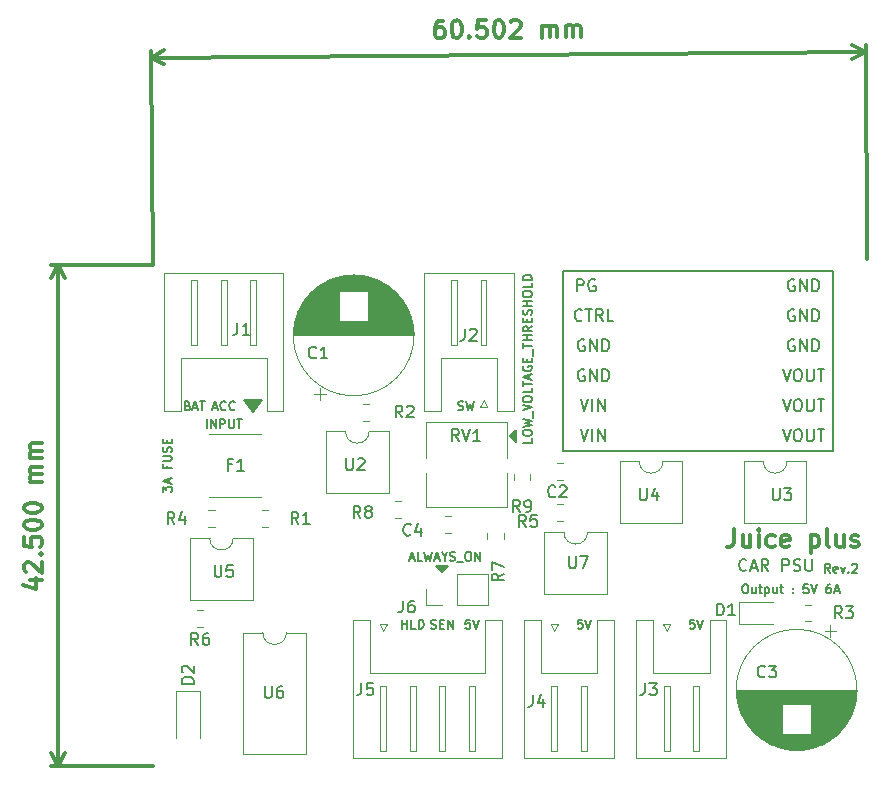
<source format=gto>
%TF.GenerationSoftware,KiCad,Pcbnew,5.0.2+dfsg1-1*%
%TF.CreationDate,2022-04-21T18:12:01+09:00*%
%TF.ProjectId,car-psu-generic,6361722d-7073-4752-9d67-656e65726963,rev?*%
%TF.SameCoordinates,Original*%
%TF.FileFunction,Legend,Top*%
%TF.FilePolarity,Positive*%
%FSLAX46Y46*%
G04 Gerber Fmt 4.6, Leading zero omitted, Abs format (unit mm)*
G04 Created by KiCad (PCBNEW 5.0.2+dfsg1-1) date Thu 21 Apr 2022 06:12:01 PM JST*
%MOMM*%
%LPD*%
G01*
G04 APERTURE LIST*
%ADD10C,0.300000*%
%ADD11C,0.150000*%
%ADD12C,0.200000*%
%ADD13C,0.120000*%
%ADD14C,0.100000*%
%ADD15C,1.252000*%
%ADD16C,2.202000*%
%ADD17C,1.802000*%
%ADD18O,1.802000X2.052000*%
%ADD19O,1.802000X2.102000*%
%ADD20C,1.626000*%
%ADD21O,1.702000X1.702000*%
%ADD22R,1.702000X1.702000*%
%ADD23C,5.702000*%
%ADD24C,2.102000*%
%ADD25R,2.102000X2.102000*%
%ADD26R,1.302000X1.002000*%
%ADD27R,1.802000X1.802000*%
%ADD28O,1.802000X1.802000*%
%ADD29C,1.542000*%
G04 APERTURE END LIST*
D10*
X119581221Y-24350528D02*
X119295516Y-24352889D01*
X119153254Y-24425496D01*
X119082419Y-24497512D01*
X118941337Y-24712971D01*
X118872272Y-24999266D01*
X118876995Y-25570675D01*
X118949601Y-25712937D01*
X119021618Y-25783773D01*
X119165060Y-25854019D01*
X119450765Y-25851657D01*
X119593027Y-25779051D01*
X119663863Y-25707034D01*
X119734108Y-25563592D01*
X119731157Y-25206461D01*
X119658550Y-25064199D01*
X119586534Y-24993363D01*
X119443091Y-24923118D01*
X119157386Y-24925479D01*
X119015125Y-24998086D01*
X118944289Y-25070102D01*
X118874043Y-25213545D01*
X120652613Y-24341673D02*
X120795465Y-24340493D01*
X120938908Y-24410738D01*
X121010924Y-24481574D01*
X121083531Y-24623836D01*
X121157318Y-24908950D01*
X121160270Y-25266081D01*
X121091205Y-25552376D01*
X121020959Y-25695819D01*
X120950123Y-25767835D01*
X120807861Y-25840442D01*
X120665009Y-25841622D01*
X120521567Y-25771377D01*
X120449550Y-25700541D01*
X120376943Y-25558279D01*
X120303156Y-25273165D01*
X120300205Y-24916034D01*
X120369270Y-24629739D01*
X120439515Y-24486297D01*
X120510351Y-24414280D01*
X120652613Y-24341673D01*
X121806647Y-25689325D02*
X121878663Y-25760161D01*
X121807827Y-25832177D01*
X121735811Y-25761342D01*
X121806647Y-25689325D01*
X121807827Y-25832177D01*
X123223954Y-24320423D02*
X122509692Y-24326326D01*
X122444169Y-25041177D01*
X122515005Y-24969161D01*
X122657267Y-24896554D01*
X123014398Y-24893603D01*
X123157840Y-24963848D01*
X123229857Y-25034684D01*
X123302463Y-25176946D01*
X123305415Y-25534077D01*
X123235169Y-25677519D01*
X123164333Y-25749536D01*
X123022072Y-25822142D01*
X122664941Y-25825094D01*
X122521498Y-25754848D01*
X122449482Y-25684013D01*
X124223919Y-24312159D02*
X124366772Y-24310978D01*
X124510214Y-24381224D01*
X124582231Y-24452059D01*
X124654837Y-24594321D01*
X124728625Y-24879436D01*
X124731576Y-25236566D01*
X124662511Y-25522861D01*
X124592266Y-25666304D01*
X124521430Y-25738320D01*
X124379168Y-25810927D01*
X124236316Y-25812107D01*
X124092873Y-25741862D01*
X124020857Y-25671026D01*
X123948250Y-25528764D01*
X123874463Y-25243650D01*
X123871511Y-24886519D01*
X123940576Y-24600224D01*
X124010822Y-24456782D01*
X124081658Y-24384765D01*
X124223919Y-24312159D01*
X125296492Y-24446156D02*
X125367328Y-24374140D01*
X125509590Y-24301533D01*
X125866721Y-24298582D01*
X126010163Y-24368827D01*
X126082180Y-24439663D01*
X126154786Y-24581925D01*
X126155967Y-24724777D01*
X126086312Y-24939646D01*
X125236282Y-25803843D01*
X126164821Y-25796169D01*
X127950475Y-25781412D02*
X127942210Y-24781446D01*
X127943391Y-24924298D02*
X128014227Y-24852282D01*
X128156489Y-24779675D01*
X128370767Y-24777904D01*
X128514210Y-24848150D01*
X128586817Y-24990412D01*
X128593310Y-25776099D01*
X128586817Y-24990412D02*
X128657062Y-24846969D01*
X128799324Y-24774362D01*
X129013602Y-24772591D01*
X129157045Y-24842837D01*
X129229652Y-24985099D01*
X129236145Y-25770786D01*
X129950406Y-25764883D02*
X129942142Y-24764918D01*
X129943323Y-24907770D02*
X130014159Y-24835753D01*
X130156421Y-24763147D01*
X130370699Y-24761376D01*
X130514142Y-24831621D01*
X130586748Y-24973883D01*
X130593242Y-25759571D01*
X130586748Y-24973883D02*
X130656994Y-24830441D01*
X130799256Y-24757834D01*
X131013534Y-24756063D01*
X131156977Y-24826309D01*
X131229583Y-24968571D01*
X131236077Y-25754258D01*
X94855177Y-27476404D02*
X155355177Y-26976404D01*
X95000000Y-45000000D02*
X94850331Y-26890004D01*
X155500000Y-44500000D02*
X155350331Y-26390004D01*
X155355177Y-26976404D02*
X154233558Y-27572114D01*
X155355177Y-26976404D02*
X154223865Y-26399313D01*
X94855177Y-27476404D02*
X95986489Y-28053495D01*
X94855177Y-27476404D02*
X95976796Y-26880694D01*
X84578571Y-71750000D02*
X85578571Y-71750000D01*
X84007142Y-72107142D02*
X85078571Y-72464285D01*
X85078571Y-71535714D01*
X84221428Y-71035714D02*
X84150000Y-70964285D01*
X84078571Y-70821428D01*
X84078571Y-70464285D01*
X84150000Y-70321428D01*
X84221428Y-70250000D01*
X84364285Y-70178571D01*
X84507142Y-70178571D01*
X84721428Y-70250000D01*
X85578571Y-71107142D01*
X85578571Y-70178571D01*
X85435714Y-69535714D02*
X85507142Y-69464285D01*
X85578571Y-69535714D01*
X85507142Y-69607142D01*
X85435714Y-69535714D01*
X85578571Y-69535714D01*
X84078571Y-68107142D02*
X84078571Y-68821428D01*
X84792857Y-68892857D01*
X84721428Y-68821428D01*
X84650000Y-68678571D01*
X84650000Y-68321428D01*
X84721428Y-68178571D01*
X84792857Y-68107142D01*
X84935714Y-68035714D01*
X85292857Y-68035714D01*
X85435714Y-68107142D01*
X85507142Y-68178571D01*
X85578571Y-68321428D01*
X85578571Y-68678571D01*
X85507142Y-68821428D01*
X85435714Y-68892857D01*
X84078571Y-67107142D02*
X84078571Y-66964285D01*
X84150000Y-66821428D01*
X84221428Y-66750000D01*
X84364285Y-66678571D01*
X84650000Y-66607142D01*
X85007142Y-66607142D01*
X85292857Y-66678571D01*
X85435714Y-66750000D01*
X85507142Y-66821428D01*
X85578571Y-66964285D01*
X85578571Y-67107142D01*
X85507142Y-67250000D01*
X85435714Y-67321428D01*
X85292857Y-67392857D01*
X85007142Y-67464285D01*
X84650000Y-67464285D01*
X84364285Y-67392857D01*
X84221428Y-67321428D01*
X84150000Y-67250000D01*
X84078571Y-67107142D01*
X84078571Y-65678571D02*
X84078571Y-65535714D01*
X84150000Y-65392857D01*
X84221428Y-65321428D01*
X84364285Y-65250000D01*
X84650000Y-65178571D01*
X85007142Y-65178571D01*
X85292857Y-65250000D01*
X85435714Y-65321428D01*
X85507142Y-65392857D01*
X85578571Y-65535714D01*
X85578571Y-65678571D01*
X85507142Y-65821428D01*
X85435714Y-65892857D01*
X85292857Y-65964285D01*
X85007142Y-66035714D01*
X84650000Y-66035714D01*
X84364285Y-65964285D01*
X84221428Y-65892857D01*
X84150000Y-65821428D01*
X84078571Y-65678571D01*
X85578571Y-63392857D02*
X84578571Y-63392857D01*
X84721428Y-63392857D02*
X84650000Y-63321428D01*
X84578571Y-63178571D01*
X84578571Y-62964285D01*
X84650000Y-62821428D01*
X84792857Y-62750000D01*
X85578571Y-62750000D01*
X84792857Y-62750000D02*
X84650000Y-62678571D01*
X84578571Y-62535714D01*
X84578571Y-62321428D01*
X84650000Y-62178571D01*
X84792857Y-62107142D01*
X85578571Y-62107142D01*
X85578571Y-61392857D02*
X84578571Y-61392857D01*
X84721428Y-61392857D02*
X84650000Y-61321428D01*
X84578571Y-61178571D01*
X84578571Y-60964285D01*
X84650000Y-60821428D01*
X84792857Y-60750000D01*
X85578571Y-60750000D01*
X84792857Y-60750000D02*
X84650000Y-60678571D01*
X84578571Y-60535714D01*
X84578571Y-60321428D01*
X84650000Y-60178571D01*
X84792857Y-60107142D01*
X85578571Y-60107142D01*
X87000000Y-87500000D02*
X87000000Y-45000000D01*
X95000000Y-87500000D02*
X86413579Y-87500000D01*
X95000000Y-45000000D02*
X86413579Y-45000000D01*
X87000000Y-45000000D02*
X87586421Y-46126504D01*
X87000000Y-45000000D02*
X86413579Y-46126504D01*
X87000000Y-87500000D02*
X87586421Y-86373496D01*
X87000000Y-87500000D02*
X86413579Y-86373496D01*
D11*
G36*
X119500000Y-71000000D02*
X119000000Y-70500000D01*
X120000000Y-70500000D01*
X119500000Y-71000000D01*
G37*
X119500000Y-71000000D02*
X119000000Y-70500000D01*
X120000000Y-70500000D01*
X119500000Y-71000000D01*
G36*
X103500000Y-57500000D02*
X102750000Y-56500000D01*
X104250000Y-56500000D01*
X103500000Y-57500000D01*
G37*
X103500000Y-57500000D02*
X102750000Y-56500000D01*
X104250000Y-56500000D01*
X103500000Y-57500000D01*
X99553571Y-58839285D02*
X99553571Y-58089285D01*
X99910714Y-58839285D02*
X99910714Y-58089285D01*
X100339285Y-58839285D01*
X100339285Y-58089285D01*
X100696428Y-58839285D02*
X100696428Y-58089285D01*
X100982142Y-58089285D01*
X101053571Y-58125000D01*
X101089285Y-58160714D01*
X101125000Y-58232142D01*
X101125000Y-58339285D01*
X101089285Y-58410714D01*
X101053571Y-58446428D01*
X100982142Y-58482142D01*
X100696428Y-58482142D01*
X101446428Y-58089285D02*
X101446428Y-58696428D01*
X101482142Y-58767857D01*
X101517857Y-58803571D01*
X101589285Y-58839285D01*
X101732142Y-58839285D01*
X101803571Y-58803571D01*
X101839285Y-58767857D01*
X101875000Y-58696428D01*
X101875000Y-58089285D01*
X102125000Y-58089285D02*
X102553571Y-58089285D01*
X102339285Y-58839285D02*
X102339285Y-58089285D01*
D12*
X145250000Y-70857142D02*
X145202380Y-70904761D01*
X145059523Y-70952380D01*
X144964285Y-70952380D01*
X144821428Y-70904761D01*
X144726190Y-70809523D01*
X144678571Y-70714285D01*
X144630952Y-70523809D01*
X144630952Y-70380952D01*
X144678571Y-70190476D01*
X144726190Y-70095238D01*
X144821428Y-70000000D01*
X144964285Y-69952380D01*
X145059523Y-69952380D01*
X145202380Y-70000000D01*
X145250000Y-70047619D01*
X145630952Y-70666666D02*
X146107142Y-70666666D01*
X145535714Y-70952380D02*
X145869047Y-69952380D01*
X146202380Y-70952380D01*
X147107142Y-70952380D02*
X146773809Y-70476190D01*
X146535714Y-70952380D02*
X146535714Y-69952380D01*
X146916666Y-69952380D01*
X147011904Y-70000000D01*
X147059523Y-70047619D01*
X147107142Y-70142857D01*
X147107142Y-70285714D01*
X147059523Y-70380952D01*
X147011904Y-70428571D01*
X146916666Y-70476190D01*
X146535714Y-70476190D01*
X148297619Y-70952380D02*
X148297619Y-69952380D01*
X148678571Y-69952380D01*
X148773809Y-70000000D01*
X148821428Y-70047619D01*
X148869047Y-70142857D01*
X148869047Y-70285714D01*
X148821428Y-70380952D01*
X148773809Y-70428571D01*
X148678571Y-70476190D01*
X148297619Y-70476190D01*
X149250000Y-70904761D02*
X149392857Y-70952380D01*
X149630952Y-70952380D01*
X149726190Y-70904761D01*
X149773809Y-70857142D01*
X149821428Y-70761904D01*
X149821428Y-70666666D01*
X149773809Y-70571428D01*
X149726190Y-70523809D01*
X149630952Y-70476190D01*
X149440476Y-70428571D01*
X149345238Y-70380952D01*
X149297619Y-70333333D01*
X149250000Y-70238095D01*
X149250000Y-70142857D01*
X149297619Y-70047619D01*
X149345238Y-70000000D01*
X149440476Y-69952380D01*
X149678571Y-69952380D01*
X149821428Y-70000000D01*
X150250000Y-69952380D02*
X150250000Y-70761904D01*
X150297619Y-70857142D01*
X150345238Y-70904761D01*
X150440476Y-70952380D01*
X150630952Y-70952380D01*
X150726190Y-70904761D01*
X150773809Y-70857142D01*
X150821428Y-70761904D01*
X150821428Y-69952380D01*
D11*
G36*
X125250000Y-59500000D02*
X125750000Y-59000000D01*
X125750000Y-60000000D01*
X125250000Y-59500000D01*
G37*
X125250000Y-59500000D02*
X125750000Y-59000000D01*
X125750000Y-60000000D01*
X125250000Y-59500000D01*
X116767857Y-69875000D02*
X117125000Y-69875000D01*
X116696428Y-70089285D02*
X116946428Y-69339285D01*
X117196428Y-70089285D01*
X117803571Y-70089285D02*
X117446428Y-70089285D01*
X117446428Y-69339285D01*
X117982142Y-69339285D02*
X118160714Y-70089285D01*
X118303571Y-69553571D01*
X118446428Y-70089285D01*
X118625000Y-69339285D01*
X118875000Y-69875000D02*
X119232142Y-69875000D01*
X118803571Y-70089285D02*
X119053571Y-69339285D01*
X119303571Y-70089285D01*
X119696428Y-69732142D02*
X119696428Y-70089285D01*
X119446428Y-69339285D02*
X119696428Y-69732142D01*
X119946428Y-69339285D01*
X120160714Y-70053571D02*
X120267857Y-70089285D01*
X120446428Y-70089285D01*
X120517857Y-70053571D01*
X120553571Y-70017857D01*
X120589285Y-69946428D01*
X120589285Y-69875000D01*
X120553571Y-69803571D01*
X120517857Y-69767857D01*
X120446428Y-69732142D01*
X120303571Y-69696428D01*
X120232142Y-69660714D01*
X120196428Y-69625000D01*
X120160714Y-69553571D01*
X120160714Y-69482142D01*
X120196428Y-69410714D01*
X120232142Y-69375000D01*
X120303571Y-69339285D01*
X120482142Y-69339285D01*
X120589285Y-69375000D01*
X120732142Y-70160714D02*
X121303571Y-70160714D01*
X121625000Y-69339285D02*
X121767857Y-69339285D01*
X121839285Y-69375000D01*
X121910714Y-69446428D01*
X121946428Y-69589285D01*
X121946428Y-69839285D01*
X121910714Y-69982142D01*
X121839285Y-70053571D01*
X121767857Y-70089285D01*
X121625000Y-70089285D01*
X121553571Y-70053571D01*
X121482142Y-69982142D01*
X121446428Y-69839285D01*
X121446428Y-69589285D01*
X121482142Y-69446428D01*
X121553571Y-69375000D01*
X121625000Y-69339285D01*
X122267857Y-70089285D02*
X122267857Y-69339285D01*
X122696428Y-70089285D01*
X122696428Y-69339285D01*
X127089285Y-59714285D02*
X127089285Y-60071428D01*
X126339285Y-60071428D01*
X126339285Y-59321428D02*
X126339285Y-59178571D01*
X126375000Y-59107142D01*
X126446428Y-59035714D01*
X126589285Y-59000000D01*
X126839285Y-59000000D01*
X126982142Y-59035714D01*
X127053571Y-59107142D01*
X127089285Y-59178571D01*
X127089285Y-59321428D01*
X127053571Y-59392857D01*
X126982142Y-59464285D01*
X126839285Y-59500000D01*
X126589285Y-59500000D01*
X126446428Y-59464285D01*
X126375000Y-59392857D01*
X126339285Y-59321428D01*
X126339285Y-58750000D02*
X127089285Y-58571428D01*
X126553571Y-58428571D01*
X127089285Y-58285714D01*
X126339285Y-58107142D01*
X127160714Y-58000000D02*
X127160714Y-57428571D01*
X126339285Y-57357142D02*
X127089285Y-57107142D01*
X126339285Y-56857142D01*
X126339285Y-56464285D02*
X126339285Y-56321428D01*
X126375000Y-56250000D01*
X126446428Y-56178571D01*
X126589285Y-56142857D01*
X126839285Y-56142857D01*
X126982142Y-56178571D01*
X127053571Y-56250000D01*
X127089285Y-56321428D01*
X127089285Y-56464285D01*
X127053571Y-56535714D01*
X126982142Y-56607142D01*
X126839285Y-56642857D01*
X126589285Y-56642857D01*
X126446428Y-56607142D01*
X126375000Y-56535714D01*
X126339285Y-56464285D01*
X127089285Y-55464285D02*
X127089285Y-55821428D01*
X126339285Y-55821428D01*
X126339285Y-55321428D02*
X126339285Y-54892857D01*
X127089285Y-55107142D02*
X126339285Y-55107142D01*
X126875000Y-54678571D02*
X126875000Y-54321428D01*
X127089285Y-54750000D02*
X126339285Y-54500000D01*
X127089285Y-54250000D01*
X126375000Y-53607142D02*
X126339285Y-53678571D01*
X126339285Y-53785714D01*
X126375000Y-53892857D01*
X126446428Y-53964285D01*
X126517857Y-54000000D01*
X126660714Y-54035714D01*
X126767857Y-54035714D01*
X126910714Y-54000000D01*
X126982142Y-53964285D01*
X127053571Y-53892857D01*
X127089285Y-53785714D01*
X127089285Y-53714285D01*
X127053571Y-53607142D01*
X127017857Y-53571428D01*
X126767857Y-53571428D01*
X126767857Y-53714285D01*
X126696428Y-53250000D02*
X126696428Y-53000000D01*
X127089285Y-52892857D02*
X127089285Y-53250000D01*
X126339285Y-53250000D01*
X126339285Y-52892857D01*
X127160714Y-52750000D02*
X127160714Y-52178571D01*
X126339285Y-52107142D02*
X126339285Y-51678571D01*
X127089285Y-51892857D02*
X126339285Y-51892857D01*
X127089285Y-51428571D02*
X126339285Y-51428571D01*
X126696428Y-51428571D02*
X126696428Y-51000000D01*
X127089285Y-51000000D02*
X126339285Y-51000000D01*
X127089285Y-50214285D02*
X126732142Y-50464285D01*
X127089285Y-50642857D02*
X126339285Y-50642857D01*
X126339285Y-50357142D01*
X126375000Y-50285714D01*
X126410714Y-50250000D01*
X126482142Y-50214285D01*
X126589285Y-50214285D01*
X126660714Y-50250000D01*
X126696428Y-50285714D01*
X126732142Y-50357142D01*
X126732142Y-50642857D01*
X126696428Y-49892857D02*
X126696428Y-49642857D01*
X127089285Y-49535714D02*
X127089285Y-49892857D01*
X126339285Y-49892857D01*
X126339285Y-49535714D01*
X127053571Y-49250000D02*
X127089285Y-49142857D01*
X127089285Y-48964285D01*
X127053571Y-48892857D01*
X127017857Y-48857142D01*
X126946428Y-48821428D01*
X126875000Y-48821428D01*
X126803571Y-48857142D01*
X126767857Y-48892857D01*
X126732142Y-48964285D01*
X126696428Y-49107142D01*
X126660714Y-49178571D01*
X126625000Y-49214285D01*
X126553571Y-49250000D01*
X126482142Y-49250000D01*
X126410714Y-49214285D01*
X126375000Y-49178571D01*
X126339285Y-49107142D01*
X126339285Y-48928571D01*
X126375000Y-48821428D01*
X127089285Y-48500000D02*
X126339285Y-48500000D01*
X126696428Y-48500000D02*
X126696428Y-48071428D01*
X127089285Y-48071428D02*
X126339285Y-48071428D01*
X126339285Y-47571428D02*
X126339285Y-47428571D01*
X126375000Y-47357142D01*
X126446428Y-47285714D01*
X126589285Y-47250000D01*
X126839285Y-47250000D01*
X126982142Y-47285714D01*
X127053571Y-47357142D01*
X127089285Y-47428571D01*
X127089285Y-47571428D01*
X127053571Y-47642857D01*
X126982142Y-47714285D01*
X126839285Y-47750000D01*
X126589285Y-47750000D01*
X126446428Y-47714285D01*
X126375000Y-47642857D01*
X126339285Y-47571428D01*
X127089285Y-46571428D02*
X127089285Y-46928571D01*
X126339285Y-46928571D01*
X127089285Y-46321428D02*
X126339285Y-46321428D01*
X126339285Y-46142857D01*
X126375000Y-46035714D01*
X126446428Y-45964285D01*
X126517857Y-45928571D01*
X126660714Y-45892857D01*
X126767857Y-45892857D01*
X126910714Y-45928571D01*
X126982142Y-45964285D01*
X127053571Y-46035714D01*
X127089285Y-46142857D01*
X127089285Y-46321428D01*
X145089285Y-72089285D02*
X145232142Y-72089285D01*
X145303571Y-72125000D01*
X145375000Y-72196428D01*
X145410714Y-72339285D01*
X145410714Y-72589285D01*
X145375000Y-72732142D01*
X145303571Y-72803571D01*
X145232142Y-72839285D01*
X145089285Y-72839285D01*
X145017857Y-72803571D01*
X144946428Y-72732142D01*
X144910714Y-72589285D01*
X144910714Y-72339285D01*
X144946428Y-72196428D01*
X145017857Y-72125000D01*
X145089285Y-72089285D01*
X146053571Y-72339285D02*
X146053571Y-72839285D01*
X145732142Y-72339285D02*
X145732142Y-72732142D01*
X145767857Y-72803571D01*
X145839285Y-72839285D01*
X145946428Y-72839285D01*
X146017857Y-72803571D01*
X146053571Y-72767857D01*
X146303571Y-72339285D02*
X146589285Y-72339285D01*
X146410714Y-72089285D02*
X146410714Y-72732142D01*
X146446428Y-72803571D01*
X146517857Y-72839285D01*
X146589285Y-72839285D01*
X146839285Y-72339285D02*
X146839285Y-73089285D01*
X146839285Y-72375000D02*
X146910714Y-72339285D01*
X147053571Y-72339285D01*
X147125000Y-72375000D01*
X147160714Y-72410714D01*
X147196428Y-72482142D01*
X147196428Y-72696428D01*
X147160714Y-72767857D01*
X147125000Y-72803571D01*
X147053571Y-72839285D01*
X146910714Y-72839285D01*
X146839285Y-72803571D01*
X147839285Y-72339285D02*
X147839285Y-72839285D01*
X147517857Y-72339285D02*
X147517857Y-72732142D01*
X147553571Y-72803571D01*
X147625000Y-72839285D01*
X147732142Y-72839285D01*
X147803571Y-72803571D01*
X147839285Y-72767857D01*
X148089285Y-72339285D02*
X148375000Y-72339285D01*
X148196428Y-72089285D02*
X148196428Y-72732142D01*
X148232142Y-72803571D01*
X148303571Y-72839285D01*
X148375000Y-72839285D01*
X149196428Y-72767857D02*
X149232142Y-72803571D01*
X149196428Y-72839285D01*
X149160714Y-72803571D01*
X149196428Y-72767857D01*
X149196428Y-72839285D01*
X149196428Y-72375000D02*
X149232142Y-72410714D01*
X149196428Y-72446428D01*
X149160714Y-72410714D01*
X149196428Y-72375000D01*
X149196428Y-72446428D01*
X150482142Y-72089285D02*
X150125000Y-72089285D01*
X150089285Y-72446428D01*
X150125000Y-72410714D01*
X150196428Y-72375000D01*
X150375000Y-72375000D01*
X150446428Y-72410714D01*
X150482142Y-72446428D01*
X150517857Y-72517857D01*
X150517857Y-72696428D01*
X150482142Y-72767857D01*
X150446428Y-72803571D01*
X150375000Y-72839285D01*
X150196428Y-72839285D01*
X150125000Y-72803571D01*
X150089285Y-72767857D01*
X150732142Y-72089285D02*
X150982142Y-72839285D01*
X151232142Y-72089285D01*
X152375000Y-72089285D02*
X152232142Y-72089285D01*
X152160714Y-72125000D01*
X152125000Y-72160714D01*
X152053571Y-72267857D01*
X152017857Y-72410714D01*
X152017857Y-72696428D01*
X152053571Y-72767857D01*
X152089285Y-72803571D01*
X152160714Y-72839285D01*
X152303571Y-72839285D01*
X152375000Y-72803571D01*
X152410714Y-72767857D01*
X152446428Y-72696428D01*
X152446428Y-72517857D01*
X152410714Y-72446428D01*
X152375000Y-72410714D01*
X152303571Y-72375000D01*
X152160714Y-72375000D01*
X152089285Y-72410714D01*
X152053571Y-72446428D01*
X152017857Y-72517857D01*
X152732142Y-72625000D02*
X153089285Y-72625000D01*
X152660714Y-72839285D02*
X152910714Y-72089285D01*
X153160714Y-72839285D01*
X152339285Y-71089285D02*
X152089285Y-70732142D01*
X151910714Y-71089285D02*
X151910714Y-70339285D01*
X152196428Y-70339285D01*
X152267857Y-70375000D01*
X152303571Y-70410714D01*
X152339285Y-70482142D01*
X152339285Y-70589285D01*
X152303571Y-70660714D01*
X152267857Y-70696428D01*
X152196428Y-70732142D01*
X151910714Y-70732142D01*
X152946428Y-71053571D02*
X152875000Y-71089285D01*
X152732142Y-71089285D01*
X152660714Y-71053571D01*
X152625000Y-70982142D01*
X152625000Y-70696428D01*
X152660714Y-70625000D01*
X152732142Y-70589285D01*
X152875000Y-70589285D01*
X152946428Y-70625000D01*
X152982142Y-70696428D01*
X152982142Y-70767857D01*
X152625000Y-70839285D01*
X153232142Y-70589285D02*
X153410714Y-71089285D01*
X153589285Y-70589285D01*
X153875000Y-71017857D02*
X153910714Y-71053571D01*
X153875000Y-71089285D01*
X153839285Y-71053571D01*
X153875000Y-71017857D01*
X153875000Y-71089285D01*
X154196428Y-70410714D02*
X154232142Y-70375000D01*
X154303571Y-70339285D01*
X154482142Y-70339285D01*
X154553571Y-70375000D01*
X154589285Y-70410714D01*
X154625000Y-70482142D01*
X154625000Y-70553571D01*
X154589285Y-70660714D01*
X154160714Y-71089285D01*
X154625000Y-71089285D01*
D10*
X144214285Y-67428571D02*
X144214285Y-68500000D01*
X144142857Y-68714285D01*
X144000000Y-68857142D01*
X143785714Y-68928571D01*
X143642857Y-68928571D01*
X145571428Y-67928571D02*
X145571428Y-68928571D01*
X144928571Y-67928571D02*
X144928571Y-68714285D01*
X145000000Y-68857142D01*
X145142857Y-68928571D01*
X145357142Y-68928571D01*
X145500000Y-68857142D01*
X145571428Y-68785714D01*
X146285714Y-68928571D02*
X146285714Y-67928571D01*
X146285714Y-67428571D02*
X146214285Y-67500000D01*
X146285714Y-67571428D01*
X146357142Y-67500000D01*
X146285714Y-67428571D01*
X146285714Y-67571428D01*
X147642857Y-68857142D02*
X147500000Y-68928571D01*
X147214285Y-68928571D01*
X147071428Y-68857142D01*
X147000000Y-68785714D01*
X146928571Y-68642857D01*
X146928571Y-68214285D01*
X147000000Y-68071428D01*
X147071428Y-68000000D01*
X147214285Y-67928571D01*
X147500000Y-67928571D01*
X147642857Y-68000000D01*
X148857142Y-68857142D02*
X148714285Y-68928571D01*
X148428571Y-68928571D01*
X148285714Y-68857142D01*
X148214285Y-68714285D01*
X148214285Y-68142857D01*
X148285714Y-68000000D01*
X148428571Y-67928571D01*
X148714285Y-67928571D01*
X148857142Y-68000000D01*
X148928571Y-68142857D01*
X148928571Y-68285714D01*
X148214285Y-68428571D01*
X150714285Y-67928571D02*
X150714285Y-69428571D01*
X150714285Y-68000000D02*
X150857142Y-67928571D01*
X151142857Y-67928571D01*
X151285714Y-68000000D01*
X151357142Y-68071428D01*
X151428571Y-68214285D01*
X151428571Y-68642857D01*
X151357142Y-68785714D01*
X151285714Y-68857142D01*
X151142857Y-68928571D01*
X150857142Y-68928571D01*
X150714285Y-68857142D01*
X152285714Y-68928571D02*
X152142857Y-68857142D01*
X152071428Y-68714285D01*
X152071428Y-67428571D01*
X153500000Y-67928571D02*
X153500000Y-68928571D01*
X152857142Y-67928571D02*
X152857142Y-68714285D01*
X152928571Y-68857142D01*
X153071428Y-68928571D01*
X153285714Y-68928571D01*
X153428571Y-68857142D01*
X153500000Y-68785714D01*
X154142857Y-68857142D02*
X154285714Y-68928571D01*
X154571428Y-68928571D01*
X154714285Y-68857142D01*
X154785714Y-68714285D01*
X154785714Y-68642857D01*
X154714285Y-68500000D01*
X154571428Y-68428571D01*
X154357142Y-68428571D01*
X154214285Y-68357142D01*
X154142857Y-68214285D01*
X154142857Y-68142857D01*
X154214285Y-68000000D01*
X154357142Y-67928571D01*
X154571428Y-67928571D01*
X154714285Y-68000000D01*
D11*
X95839285Y-64267857D02*
X95839285Y-63803571D01*
X96125000Y-64053571D01*
X96125000Y-63946428D01*
X96160714Y-63875000D01*
X96196428Y-63839285D01*
X96267857Y-63803571D01*
X96446428Y-63803571D01*
X96517857Y-63839285D01*
X96553571Y-63875000D01*
X96589285Y-63946428D01*
X96589285Y-64160714D01*
X96553571Y-64232142D01*
X96517857Y-64267857D01*
X96375000Y-63517857D02*
X96375000Y-63160714D01*
X96589285Y-63589285D02*
X95839285Y-63339285D01*
X96589285Y-63089285D01*
X96196428Y-62017857D02*
X96196428Y-62267857D01*
X96589285Y-62267857D02*
X95839285Y-62267857D01*
X95839285Y-61910714D01*
X95839285Y-61625000D02*
X96446428Y-61625000D01*
X96517857Y-61589285D01*
X96553571Y-61553571D01*
X96589285Y-61482142D01*
X96589285Y-61339285D01*
X96553571Y-61267857D01*
X96517857Y-61232142D01*
X96446428Y-61196428D01*
X95839285Y-61196428D01*
X96553571Y-60875000D02*
X96589285Y-60767857D01*
X96589285Y-60589285D01*
X96553571Y-60517857D01*
X96517857Y-60482142D01*
X96446428Y-60446428D01*
X96375000Y-60446428D01*
X96303571Y-60482142D01*
X96267857Y-60517857D01*
X96232142Y-60589285D01*
X96196428Y-60732142D01*
X96160714Y-60803571D01*
X96125000Y-60839285D01*
X96053571Y-60875000D01*
X95982142Y-60875000D01*
X95910714Y-60839285D01*
X95875000Y-60803571D01*
X95839285Y-60732142D01*
X95839285Y-60553571D01*
X95875000Y-60446428D01*
X96196428Y-60125000D02*
X96196428Y-59875000D01*
X96589285Y-59767857D02*
X96589285Y-60125000D01*
X95839285Y-60125000D01*
X95839285Y-59767857D01*
X120857142Y-57303571D02*
X120964285Y-57339285D01*
X121142857Y-57339285D01*
X121214285Y-57303571D01*
X121250000Y-57267857D01*
X121285714Y-57196428D01*
X121285714Y-57125000D01*
X121250000Y-57053571D01*
X121214285Y-57017857D01*
X121142857Y-56982142D01*
X121000000Y-56946428D01*
X120928571Y-56910714D01*
X120892857Y-56875000D01*
X120857142Y-56803571D01*
X120857142Y-56732142D01*
X120892857Y-56660714D01*
X120928571Y-56625000D01*
X121000000Y-56589285D01*
X121178571Y-56589285D01*
X121285714Y-56625000D01*
X121535714Y-56589285D02*
X121714285Y-57339285D01*
X121857142Y-56803571D01*
X122000000Y-57339285D01*
X122178571Y-56589285D01*
X100071428Y-57125000D02*
X100428571Y-57125000D01*
X100000000Y-57339285D02*
X100250000Y-56589285D01*
X100500000Y-57339285D01*
X101178571Y-57267857D02*
X101142857Y-57303571D01*
X101035714Y-57339285D01*
X100964285Y-57339285D01*
X100857142Y-57303571D01*
X100785714Y-57232142D01*
X100750000Y-57160714D01*
X100714285Y-57017857D01*
X100714285Y-56910714D01*
X100750000Y-56767857D01*
X100785714Y-56696428D01*
X100857142Y-56625000D01*
X100964285Y-56589285D01*
X101035714Y-56589285D01*
X101142857Y-56625000D01*
X101178571Y-56660714D01*
X101928571Y-57267857D02*
X101892857Y-57303571D01*
X101785714Y-57339285D01*
X101714285Y-57339285D01*
X101607142Y-57303571D01*
X101535714Y-57232142D01*
X101500000Y-57160714D01*
X101464285Y-57017857D01*
X101464285Y-56910714D01*
X101500000Y-56767857D01*
X101535714Y-56696428D01*
X101607142Y-56625000D01*
X101714285Y-56589285D01*
X101785714Y-56589285D01*
X101892857Y-56625000D01*
X101928571Y-56660714D01*
X97946428Y-56946428D02*
X98053571Y-56982142D01*
X98089285Y-57017857D01*
X98125000Y-57089285D01*
X98125000Y-57196428D01*
X98089285Y-57267857D01*
X98053571Y-57303571D01*
X97982142Y-57339285D01*
X97696428Y-57339285D01*
X97696428Y-56589285D01*
X97946428Y-56589285D01*
X98017857Y-56625000D01*
X98053571Y-56660714D01*
X98089285Y-56732142D01*
X98089285Y-56803571D01*
X98053571Y-56875000D01*
X98017857Y-56910714D01*
X97946428Y-56946428D01*
X97696428Y-56946428D01*
X98410714Y-57125000D02*
X98767857Y-57125000D01*
X98339285Y-57339285D02*
X98589285Y-56589285D01*
X98839285Y-57339285D01*
X98982142Y-56589285D02*
X99410714Y-56589285D01*
X99196428Y-57339285D02*
X99196428Y-56589285D01*
X131357142Y-75089285D02*
X131000000Y-75089285D01*
X130964285Y-75446428D01*
X131000000Y-75410714D01*
X131071428Y-75375000D01*
X131250000Y-75375000D01*
X131321428Y-75410714D01*
X131357142Y-75446428D01*
X131392857Y-75517857D01*
X131392857Y-75696428D01*
X131357142Y-75767857D01*
X131321428Y-75803571D01*
X131250000Y-75839285D01*
X131071428Y-75839285D01*
X131000000Y-75803571D01*
X130964285Y-75767857D01*
X131607142Y-75089285D02*
X131857142Y-75839285D01*
X132107142Y-75089285D01*
X140857142Y-75089285D02*
X140500000Y-75089285D01*
X140464285Y-75446428D01*
X140500000Y-75410714D01*
X140571428Y-75375000D01*
X140750000Y-75375000D01*
X140821428Y-75410714D01*
X140857142Y-75446428D01*
X140892857Y-75517857D01*
X140892857Y-75696428D01*
X140857142Y-75767857D01*
X140821428Y-75803571D01*
X140750000Y-75839285D01*
X140571428Y-75839285D01*
X140500000Y-75803571D01*
X140464285Y-75767857D01*
X141107142Y-75089285D02*
X141357142Y-75839285D01*
X141607142Y-75089285D01*
X121857142Y-75089285D02*
X121500000Y-75089285D01*
X121464285Y-75446428D01*
X121500000Y-75410714D01*
X121571428Y-75375000D01*
X121750000Y-75375000D01*
X121821428Y-75410714D01*
X121857142Y-75446428D01*
X121892857Y-75517857D01*
X121892857Y-75696428D01*
X121857142Y-75767857D01*
X121821428Y-75803571D01*
X121750000Y-75839285D01*
X121571428Y-75839285D01*
X121500000Y-75803571D01*
X121464285Y-75767857D01*
X122107142Y-75089285D02*
X122357142Y-75839285D01*
X122607142Y-75089285D01*
X118553571Y-75803571D02*
X118660714Y-75839285D01*
X118839285Y-75839285D01*
X118910714Y-75803571D01*
X118946428Y-75767857D01*
X118982142Y-75696428D01*
X118982142Y-75625000D01*
X118946428Y-75553571D01*
X118910714Y-75517857D01*
X118839285Y-75482142D01*
X118696428Y-75446428D01*
X118625000Y-75410714D01*
X118589285Y-75375000D01*
X118553571Y-75303571D01*
X118553571Y-75232142D01*
X118589285Y-75160714D01*
X118625000Y-75125000D01*
X118696428Y-75089285D01*
X118875000Y-75089285D01*
X118982142Y-75125000D01*
X119303571Y-75446428D02*
X119553571Y-75446428D01*
X119660714Y-75839285D02*
X119303571Y-75839285D01*
X119303571Y-75089285D01*
X119660714Y-75089285D01*
X119982142Y-75839285D02*
X119982142Y-75089285D01*
X120410714Y-75839285D01*
X120410714Y-75089285D01*
X116107142Y-75839285D02*
X116107142Y-75089285D01*
X116107142Y-75446428D02*
X116535714Y-75446428D01*
X116535714Y-75839285D02*
X116535714Y-75089285D01*
X117250000Y-75839285D02*
X116892857Y-75839285D01*
X116892857Y-75089285D01*
X117500000Y-75839285D02*
X117500000Y-75089285D01*
X117678571Y-75089285D01*
X117785714Y-75125000D01*
X117857142Y-75196428D01*
X117892857Y-75267857D01*
X117928571Y-75410714D01*
X117928571Y-75517857D01*
X117892857Y-75660714D01*
X117857142Y-75732142D01*
X117785714Y-75803571D01*
X117678571Y-75839285D01*
X117500000Y-75839285D01*
D13*
X129736252Y-65290000D02*
X129213748Y-65290000D01*
X129736252Y-66710000D02*
X129213748Y-66710000D01*
X147500000Y-73540000D02*
X144640000Y-73540000D01*
X144640000Y-73540000D02*
X144640000Y-75460000D01*
X144640000Y-75460000D02*
X147500000Y-75460000D01*
X104178752Y-64670000D02*
X99771248Y-64670000D01*
X104178752Y-59330000D02*
X99771248Y-59330000D01*
X101000000Y-45690000D02*
X106060000Y-45690000D01*
X106060000Y-45690000D02*
X106060000Y-57410000D01*
X106060000Y-57410000D02*
X104640000Y-57410000D01*
X104640000Y-57410000D02*
X104640000Y-52910000D01*
X104640000Y-52910000D02*
X101000000Y-52910000D01*
X101000000Y-45690000D02*
X95940000Y-45690000D01*
X95940000Y-45690000D02*
X95940000Y-57410000D01*
X95940000Y-57410000D02*
X97360000Y-57410000D01*
X97360000Y-57410000D02*
X97360000Y-52910000D01*
X97360000Y-52910000D02*
X101000000Y-52910000D01*
X103750000Y-51800000D02*
X103750000Y-46300000D01*
X103750000Y-46300000D02*
X103250000Y-46300000D01*
X103250000Y-46300000D02*
X103250000Y-51800000D01*
X103250000Y-51800000D02*
X103750000Y-51800000D01*
X101250000Y-51800000D02*
X101250000Y-46300000D01*
X101250000Y-46300000D02*
X100750000Y-46300000D01*
X100750000Y-46300000D02*
X100750000Y-51800000D01*
X100750000Y-51800000D02*
X101250000Y-51800000D01*
X98750000Y-51800000D02*
X98750000Y-46300000D01*
X98750000Y-46300000D02*
X98250000Y-46300000D01*
X98250000Y-46300000D02*
X98250000Y-51800000D01*
X98250000Y-51800000D02*
X98750000Y-51800000D01*
X103500000Y-56500000D02*
X103800000Y-57100000D01*
X103800000Y-57100000D02*
X103200000Y-57100000D01*
X103200000Y-57100000D02*
X103500000Y-56500000D01*
X121750000Y-45690000D02*
X125560000Y-45690000D01*
X125560000Y-45690000D02*
X125560000Y-57410000D01*
X125560000Y-57410000D02*
X124140000Y-57410000D01*
X124140000Y-57410000D02*
X124140000Y-52910000D01*
X124140000Y-52910000D02*
X121750000Y-52910000D01*
X121750000Y-45690000D02*
X117940000Y-45690000D01*
X117940000Y-45690000D02*
X117940000Y-57410000D01*
X117940000Y-57410000D02*
X119360000Y-57410000D01*
X119360000Y-57410000D02*
X119360000Y-52910000D01*
X119360000Y-52910000D02*
X121750000Y-52910000D01*
X123250000Y-51800000D02*
X123250000Y-46300000D01*
X123250000Y-46300000D02*
X122750000Y-46300000D01*
X122750000Y-46300000D02*
X122750000Y-51800000D01*
X122750000Y-51800000D02*
X123250000Y-51800000D01*
X120750000Y-51800000D02*
X120750000Y-46300000D01*
X120750000Y-46300000D02*
X120250000Y-46300000D01*
X120250000Y-46300000D02*
X120250000Y-51800000D01*
X120250000Y-51800000D02*
X120750000Y-51800000D01*
X123000000Y-56500000D02*
X123300000Y-57100000D01*
X123300000Y-57100000D02*
X122700000Y-57100000D01*
X122700000Y-57100000D02*
X123000000Y-56500000D01*
X138800000Y-75400000D02*
X138500000Y-76000000D01*
X138200000Y-75400000D02*
X138800000Y-75400000D01*
X138500000Y-76000000D02*
X138200000Y-75400000D01*
X141250000Y-80700000D02*
X140750000Y-80700000D01*
X141250000Y-86200000D02*
X141250000Y-80700000D01*
X140750000Y-86200000D02*
X141250000Y-86200000D01*
X140750000Y-80700000D02*
X140750000Y-86200000D01*
X138750000Y-80700000D02*
X138250000Y-80700000D01*
X138750000Y-86200000D02*
X138750000Y-80700000D01*
X138250000Y-86200000D02*
X138750000Y-86200000D01*
X138250000Y-80700000D02*
X138250000Y-86200000D01*
X142140000Y-79590000D02*
X139750000Y-79590000D01*
X142140000Y-75090000D02*
X142140000Y-79590000D01*
X143560000Y-75090000D02*
X142140000Y-75090000D01*
X143560000Y-86810000D02*
X143560000Y-75090000D01*
X139750000Y-86810000D02*
X143560000Y-86810000D01*
X137360000Y-79590000D02*
X139750000Y-79590000D01*
X137360000Y-75090000D02*
X137360000Y-79590000D01*
X135940000Y-75090000D02*
X137360000Y-75090000D01*
X135940000Y-86810000D02*
X135940000Y-75090000D01*
X139750000Y-86810000D02*
X135940000Y-86810000D01*
X130250000Y-86810000D02*
X126440000Y-86810000D01*
X126440000Y-86810000D02*
X126440000Y-75090000D01*
X126440000Y-75090000D02*
X127860000Y-75090000D01*
X127860000Y-75090000D02*
X127860000Y-79590000D01*
X127860000Y-79590000D02*
X130250000Y-79590000D01*
X130250000Y-86810000D02*
X134060000Y-86810000D01*
X134060000Y-86810000D02*
X134060000Y-75090000D01*
X134060000Y-75090000D02*
X132640000Y-75090000D01*
X132640000Y-75090000D02*
X132640000Y-79590000D01*
X132640000Y-79590000D02*
X130250000Y-79590000D01*
X128750000Y-80700000D02*
X128750000Y-86200000D01*
X128750000Y-86200000D02*
X129250000Y-86200000D01*
X129250000Y-86200000D02*
X129250000Y-80700000D01*
X129250000Y-80700000D02*
X128750000Y-80700000D01*
X131250000Y-80700000D02*
X131250000Y-86200000D01*
X131250000Y-86200000D02*
X131750000Y-86200000D01*
X131750000Y-86200000D02*
X131750000Y-80700000D01*
X131750000Y-80700000D02*
X131250000Y-80700000D01*
X129000000Y-76000000D02*
X128700000Y-75400000D01*
X128700000Y-75400000D02*
X129300000Y-75400000D01*
X129300000Y-75400000D02*
X129000000Y-76000000D01*
X118250000Y-86810000D02*
X111940000Y-86810000D01*
X111940000Y-86810000D02*
X111940000Y-75090000D01*
X111940000Y-75090000D02*
X113360000Y-75090000D01*
X113360000Y-75090000D02*
X113360000Y-79590000D01*
X113360000Y-79590000D02*
X118250000Y-79590000D01*
X118250000Y-86810000D02*
X124560000Y-86810000D01*
X124560000Y-86810000D02*
X124560000Y-75090000D01*
X124560000Y-75090000D02*
X123140000Y-75090000D01*
X123140000Y-75090000D02*
X123140000Y-79590000D01*
X123140000Y-79590000D02*
X118250000Y-79590000D01*
X114250000Y-80700000D02*
X114250000Y-86200000D01*
X114250000Y-86200000D02*
X114750000Y-86200000D01*
X114750000Y-86200000D02*
X114750000Y-80700000D01*
X114750000Y-80700000D02*
X114250000Y-80700000D01*
X116750000Y-80700000D02*
X116750000Y-86200000D01*
X116750000Y-86200000D02*
X117250000Y-86200000D01*
X117250000Y-86200000D02*
X117250000Y-80700000D01*
X117250000Y-80700000D02*
X116750000Y-80700000D01*
X119250000Y-80700000D02*
X119250000Y-86200000D01*
X119250000Y-86200000D02*
X119750000Y-86200000D01*
X119750000Y-86200000D02*
X119750000Y-80700000D01*
X119750000Y-80700000D02*
X119250000Y-80700000D01*
X121750000Y-80700000D02*
X121750000Y-86200000D01*
X121750000Y-86200000D02*
X122250000Y-86200000D01*
X122250000Y-86200000D02*
X122250000Y-80700000D01*
X122250000Y-80700000D02*
X121750000Y-80700000D01*
X114500000Y-76000000D02*
X114200000Y-75400000D01*
X114200000Y-75400000D02*
X114800000Y-75400000D01*
X114800000Y-75400000D02*
X114500000Y-76000000D01*
X104736252Y-65790000D02*
X104213748Y-65790000D01*
X104736252Y-67210000D02*
X104213748Y-67210000D01*
X112763748Y-56790000D02*
X113286252Y-56790000D01*
X112763748Y-58210000D02*
X113286252Y-58210000D01*
X150238748Y-73790000D02*
X150761252Y-73790000D01*
X150238748Y-75210000D02*
X150761252Y-75210000D01*
X99713748Y-65790000D02*
X100236252Y-65790000D01*
X99713748Y-67210000D02*
X100236252Y-67210000D01*
D11*
X129770000Y-45530000D02*
X129770000Y-60770000D01*
X129770000Y-60770000D02*
X152630000Y-60770000D01*
X152630000Y-60770000D02*
X152630000Y-45530000D01*
X152630000Y-45530000D02*
X129770000Y-45530000D01*
D13*
X114960000Y-59130000D02*
X113310000Y-59130000D01*
X114960000Y-64330000D02*
X114960000Y-59130000D01*
X109660000Y-64330000D02*
X114960000Y-64330000D01*
X109660000Y-59130000D02*
X109660000Y-64330000D01*
X111310000Y-59130000D02*
X109660000Y-59130000D01*
X113310000Y-59130000D02*
G75*
G02X111310000Y-59130000I-1000000J0D01*
G01*
X148690000Y-61670000D02*
G75*
G02X146690000Y-61670000I-1000000J0D01*
G01*
X146690000Y-61670000D02*
X145040000Y-61670000D01*
X145040000Y-61670000D02*
X145040000Y-66870000D01*
X145040000Y-66870000D02*
X150340000Y-66870000D01*
X150340000Y-66870000D02*
X150340000Y-61670000D01*
X150340000Y-61670000D02*
X148690000Y-61670000D01*
X138190000Y-61670000D02*
G75*
G02X136190000Y-61670000I-1000000J0D01*
G01*
X136190000Y-61670000D02*
X134540000Y-61670000D01*
X134540000Y-61670000D02*
X134540000Y-66870000D01*
X134540000Y-66870000D02*
X139840000Y-66870000D01*
X139840000Y-66870000D02*
X139840000Y-61670000D01*
X139840000Y-61670000D02*
X138190000Y-61670000D01*
X103460000Y-68170000D02*
X101810000Y-68170000D01*
X103460000Y-73370000D02*
X103460000Y-68170000D01*
X98160000Y-73370000D02*
X103460000Y-73370000D01*
X98160000Y-68170000D02*
X98160000Y-73370000D01*
X99810000Y-68170000D02*
X98160000Y-68170000D01*
X101810000Y-68170000D02*
G75*
G02X99810000Y-68170000I-1000000J0D01*
G01*
X129238748Y-61790000D02*
X129761252Y-61790000D01*
X129238748Y-63210000D02*
X129761252Y-63210000D01*
X108625000Y-55979646D02*
X109625000Y-55979646D01*
X109125000Y-56479646D02*
X109125000Y-55479646D01*
X111401000Y-45919000D02*
X112599000Y-45919000D01*
X111138000Y-45959000D02*
X112862000Y-45959000D01*
X110938000Y-45999000D02*
X113062000Y-45999000D01*
X110770000Y-46039000D02*
X113230000Y-46039000D01*
X110622000Y-46079000D02*
X113378000Y-46079000D01*
X110490000Y-46119000D02*
X113510000Y-46119000D01*
X110370000Y-46159000D02*
X113630000Y-46159000D01*
X110258000Y-46199000D02*
X113742000Y-46199000D01*
X110154000Y-46239000D02*
X113846000Y-46239000D01*
X110056000Y-46279000D02*
X113944000Y-46279000D01*
X109963000Y-46319000D02*
X114037000Y-46319000D01*
X109875000Y-46359000D02*
X114125000Y-46359000D01*
X109791000Y-46399000D02*
X114209000Y-46399000D01*
X109711000Y-46439000D02*
X114289000Y-46439000D01*
X109635000Y-46479000D02*
X114365000Y-46479000D01*
X109561000Y-46519000D02*
X114439000Y-46519000D01*
X109490000Y-46559000D02*
X114510000Y-46559000D01*
X109421000Y-46599000D02*
X114579000Y-46599000D01*
X109355000Y-46639000D02*
X114645000Y-46639000D01*
X109291000Y-46679000D02*
X114709000Y-46679000D01*
X109230000Y-46719000D02*
X114770000Y-46719000D01*
X109170000Y-46759000D02*
X114830000Y-46759000D01*
X109111000Y-46799000D02*
X114889000Y-46799000D01*
X109055000Y-46839000D02*
X114945000Y-46839000D01*
X109000000Y-46879000D02*
X115000000Y-46879000D01*
X108946000Y-46919000D02*
X115054000Y-46919000D01*
X108894000Y-46959000D02*
X115106000Y-46959000D01*
X108844000Y-46999000D02*
X115156000Y-46999000D01*
X108794000Y-47039000D02*
X115206000Y-47039000D01*
X108746000Y-47079000D02*
X115254000Y-47079000D01*
X108699000Y-47119000D02*
X115301000Y-47119000D01*
X108653000Y-47159000D02*
X115347000Y-47159000D01*
X108608000Y-47199000D02*
X115392000Y-47199000D01*
X108564000Y-47239000D02*
X115436000Y-47239000D01*
X113241000Y-47279000D02*
X115478000Y-47279000D01*
X108522000Y-47279000D02*
X110759000Y-47279000D01*
X113241000Y-47319000D02*
X115520000Y-47319000D01*
X108480000Y-47319000D02*
X110759000Y-47319000D01*
X113241000Y-47359000D02*
X115561000Y-47359000D01*
X108439000Y-47359000D02*
X110759000Y-47359000D01*
X113241000Y-47399000D02*
X115601000Y-47399000D01*
X108399000Y-47399000D02*
X110759000Y-47399000D01*
X113241000Y-47439000D02*
X115640000Y-47439000D01*
X108360000Y-47439000D02*
X110759000Y-47439000D01*
X113241000Y-47479000D02*
X115679000Y-47479000D01*
X108321000Y-47479000D02*
X110759000Y-47479000D01*
X113241000Y-47519000D02*
X115716000Y-47519000D01*
X108284000Y-47519000D02*
X110759000Y-47519000D01*
X113241000Y-47559000D02*
X115753000Y-47559000D01*
X108247000Y-47559000D02*
X110759000Y-47559000D01*
X113241000Y-47599000D02*
X115789000Y-47599000D01*
X108211000Y-47599000D02*
X110759000Y-47599000D01*
X113241000Y-47639000D02*
X115824000Y-47639000D01*
X108176000Y-47639000D02*
X110759000Y-47639000D01*
X113241000Y-47679000D02*
X115858000Y-47679000D01*
X108142000Y-47679000D02*
X110759000Y-47679000D01*
X113241000Y-47719000D02*
X115892000Y-47719000D01*
X108108000Y-47719000D02*
X110759000Y-47719000D01*
X113241000Y-47759000D02*
X115925000Y-47759000D01*
X108075000Y-47759000D02*
X110759000Y-47759000D01*
X113241000Y-47799000D02*
X115957000Y-47799000D01*
X108043000Y-47799000D02*
X110759000Y-47799000D01*
X113241000Y-47839000D02*
X115989000Y-47839000D01*
X108011000Y-47839000D02*
X110759000Y-47839000D01*
X113241000Y-47879000D02*
X116020000Y-47879000D01*
X107980000Y-47879000D02*
X110759000Y-47879000D01*
X113241000Y-47919000D02*
X116050000Y-47919000D01*
X107950000Y-47919000D02*
X110759000Y-47919000D01*
X113241000Y-47959000D02*
X116080000Y-47959000D01*
X107920000Y-47959000D02*
X110759000Y-47959000D01*
X113241000Y-47999000D02*
X116110000Y-47999000D01*
X107890000Y-47999000D02*
X110759000Y-47999000D01*
X113241000Y-48039000D02*
X116138000Y-48039000D01*
X107862000Y-48039000D02*
X110759000Y-48039000D01*
X113241000Y-48079000D02*
X116166000Y-48079000D01*
X107834000Y-48079000D02*
X110759000Y-48079000D01*
X113241000Y-48119000D02*
X116194000Y-48119000D01*
X107806000Y-48119000D02*
X110759000Y-48119000D01*
X113241000Y-48159000D02*
X116221000Y-48159000D01*
X107779000Y-48159000D02*
X110759000Y-48159000D01*
X113241000Y-48199000D02*
X116247000Y-48199000D01*
X107753000Y-48199000D02*
X110759000Y-48199000D01*
X113241000Y-48239000D02*
X116273000Y-48239000D01*
X107727000Y-48239000D02*
X110759000Y-48239000D01*
X113241000Y-48279000D02*
X116298000Y-48279000D01*
X107702000Y-48279000D02*
X110759000Y-48279000D01*
X113241000Y-48319000D02*
X116323000Y-48319000D01*
X107677000Y-48319000D02*
X110759000Y-48319000D01*
X113241000Y-48359000D02*
X116347000Y-48359000D01*
X107653000Y-48359000D02*
X110759000Y-48359000D01*
X113241000Y-48399000D02*
X116371000Y-48399000D01*
X107629000Y-48399000D02*
X110759000Y-48399000D01*
X113241000Y-48439000D02*
X116395000Y-48439000D01*
X107605000Y-48439000D02*
X110759000Y-48439000D01*
X113241000Y-48479000D02*
X116417000Y-48479000D01*
X107583000Y-48479000D02*
X110759000Y-48479000D01*
X113241000Y-48519000D02*
X116440000Y-48519000D01*
X107560000Y-48519000D02*
X110759000Y-48519000D01*
X113241000Y-48559000D02*
X116462000Y-48559000D01*
X107538000Y-48559000D02*
X110759000Y-48559000D01*
X113241000Y-48599000D02*
X116483000Y-48599000D01*
X107517000Y-48599000D02*
X110759000Y-48599000D01*
X113241000Y-48639000D02*
X116504000Y-48639000D01*
X107496000Y-48639000D02*
X110759000Y-48639000D01*
X113241000Y-48679000D02*
X116525000Y-48679000D01*
X107475000Y-48679000D02*
X110759000Y-48679000D01*
X113241000Y-48719000D02*
X116545000Y-48719000D01*
X107455000Y-48719000D02*
X110759000Y-48719000D01*
X113241000Y-48759000D02*
X116564000Y-48759000D01*
X107436000Y-48759000D02*
X110759000Y-48759000D01*
X113241000Y-48799000D02*
X116584000Y-48799000D01*
X107416000Y-48799000D02*
X110759000Y-48799000D01*
X113241000Y-48839000D02*
X116603000Y-48839000D01*
X107397000Y-48839000D02*
X110759000Y-48839000D01*
X113241000Y-48879000D02*
X116621000Y-48879000D01*
X107379000Y-48879000D02*
X110759000Y-48879000D01*
X113241000Y-48919000D02*
X116639000Y-48919000D01*
X107361000Y-48919000D02*
X110759000Y-48919000D01*
X113241000Y-48959000D02*
X116657000Y-48959000D01*
X107343000Y-48959000D02*
X110759000Y-48959000D01*
X113241000Y-48999000D02*
X116674000Y-48999000D01*
X107326000Y-48999000D02*
X110759000Y-48999000D01*
X113241000Y-49039000D02*
X116690000Y-49039000D01*
X107310000Y-49039000D02*
X110759000Y-49039000D01*
X113241000Y-49079000D02*
X116707000Y-49079000D01*
X107293000Y-49079000D02*
X110759000Y-49079000D01*
X113241000Y-49119000D02*
X116723000Y-49119000D01*
X107277000Y-49119000D02*
X110759000Y-49119000D01*
X113241000Y-49159000D02*
X116738000Y-49159000D01*
X107262000Y-49159000D02*
X110759000Y-49159000D01*
X113241000Y-49199000D02*
X116754000Y-49199000D01*
X107246000Y-49199000D02*
X110759000Y-49199000D01*
X113241000Y-49239000D02*
X116768000Y-49239000D01*
X107232000Y-49239000D02*
X110759000Y-49239000D01*
X113241000Y-49279000D02*
X116783000Y-49279000D01*
X107217000Y-49279000D02*
X110759000Y-49279000D01*
X113241000Y-49319000D02*
X116797000Y-49319000D01*
X107203000Y-49319000D02*
X110759000Y-49319000D01*
X113241000Y-49359000D02*
X116811000Y-49359000D01*
X107189000Y-49359000D02*
X110759000Y-49359000D01*
X113241000Y-49399000D02*
X116824000Y-49399000D01*
X107176000Y-49399000D02*
X110759000Y-49399000D01*
X113241000Y-49439000D02*
X116837000Y-49439000D01*
X107163000Y-49439000D02*
X110759000Y-49439000D01*
X113241000Y-49479000D02*
X116850000Y-49479000D01*
X107150000Y-49479000D02*
X110759000Y-49479000D01*
X113241000Y-49519000D02*
X116862000Y-49519000D01*
X107138000Y-49519000D02*
X110759000Y-49519000D01*
X113241000Y-49559000D02*
X116874000Y-49559000D01*
X107126000Y-49559000D02*
X110759000Y-49559000D01*
X113241000Y-49599000D02*
X116885000Y-49599000D01*
X107115000Y-49599000D02*
X110759000Y-49599000D01*
X113241000Y-49639000D02*
X116897000Y-49639000D01*
X107103000Y-49639000D02*
X110759000Y-49639000D01*
X113241000Y-49679000D02*
X116907000Y-49679000D01*
X107093000Y-49679000D02*
X110759000Y-49679000D01*
X113241000Y-49719000D02*
X116918000Y-49719000D01*
X107082000Y-49719000D02*
X110759000Y-49719000D01*
X107072000Y-49759000D02*
X116928000Y-49759000D01*
X107062000Y-49799000D02*
X116938000Y-49799000D01*
X107053000Y-49839000D02*
X116947000Y-49839000D01*
X107044000Y-49879000D02*
X116956000Y-49879000D01*
X107035000Y-49919000D02*
X116965000Y-49919000D01*
X107026000Y-49959000D02*
X116974000Y-49959000D01*
X107018000Y-49999000D02*
X116982000Y-49999000D01*
X107010000Y-50039000D02*
X116990000Y-50039000D01*
X107003000Y-50079000D02*
X116997000Y-50079000D01*
X106996000Y-50119000D02*
X117004000Y-50119000D01*
X106989000Y-50159000D02*
X117011000Y-50159000D01*
X106982000Y-50199000D02*
X117018000Y-50199000D01*
X106976000Y-50239000D02*
X117024000Y-50239000D01*
X106970000Y-50279000D02*
X117030000Y-50279000D01*
X106965000Y-50320000D02*
X117035000Y-50320000D01*
X106960000Y-50360000D02*
X117040000Y-50360000D01*
X106955000Y-50400000D02*
X117045000Y-50400000D01*
X106950000Y-50440000D02*
X117050000Y-50440000D01*
X106946000Y-50480000D02*
X117054000Y-50480000D01*
X106942000Y-50520000D02*
X117058000Y-50520000D01*
X106938000Y-50560000D02*
X117062000Y-50560000D01*
X106935000Y-50600000D02*
X117065000Y-50600000D01*
X106932000Y-50640000D02*
X117068000Y-50640000D01*
X106930000Y-50680000D02*
X117070000Y-50680000D01*
X106927000Y-50720000D02*
X117073000Y-50720000D01*
X106925000Y-50760000D02*
X117075000Y-50760000D01*
X106923000Y-50800000D02*
X117077000Y-50800000D01*
X106922000Y-50840000D02*
X117078000Y-50840000D01*
X106921000Y-50880000D02*
X117079000Y-50880000D01*
X106920000Y-50920000D02*
X117080000Y-50920000D01*
X106920000Y-50960000D02*
X117080000Y-50960000D01*
X106920000Y-51000000D02*
X117080000Y-51000000D01*
X117120000Y-51000000D02*
G75*
G03X117120000Y-51000000I-5120000J0D01*
G01*
X154620000Y-81000000D02*
G75*
G03X154620000Y-81000000I-5120000J0D01*
G01*
X154580000Y-81000000D02*
X144420000Y-81000000D01*
X154580000Y-81040000D02*
X144420000Y-81040000D01*
X154580000Y-81080000D02*
X144420000Y-81080000D01*
X154579000Y-81120000D02*
X144421000Y-81120000D01*
X154578000Y-81160000D02*
X144422000Y-81160000D01*
X154577000Y-81200000D02*
X144423000Y-81200000D01*
X154575000Y-81240000D02*
X144425000Y-81240000D01*
X154573000Y-81280000D02*
X144427000Y-81280000D01*
X154570000Y-81320000D02*
X144430000Y-81320000D01*
X154568000Y-81360000D02*
X144432000Y-81360000D01*
X154565000Y-81400000D02*
X144435000Y-81400000D01*
X154562000Y-81440000D02*
X144438000Y-81440000D01*
X154558000Y-81480000D02*
X144442000Y-81480000D01*
X154554000Y-81520000D02*
X144446000Y-81520000D01*
X154550000Y-81560000D02*
X144450000Y-81560000D01*
X154545000Y-81600000D02*
X144455000Y-81600000D01*
X154540000Y-81640000D02*
X144460000Y-81640000D01*
X154535000Y-81680000D02*
X144465000Y-81680000D01*
X154530000Y-81721000D02*
X144470000Y-81721000D01*
X154524000Y-81761000D02*
X144476000Y-81761000D01*
X154518000Y-81801000D02*
X144482000Y-81801000D01*
X154511000Y-81841000D02*
X144489000Y-81841000D01*
X154504000Y-81881000D02*
X144496000Y-81881000D01*
X154497000Y-81921000D02*
X144503000Y-81921000D01*
X154490000Y-81961000D02*
X144510000Y-81961000D01*
X154482000Y-82001000D02*
X144518000Y-82001000D01*
X154474000Y-82041000D02*
X144526000Y-82041000D01*
X154465000Y-82081000D02*
X144535000Y-82081000D01*
X154456000Y-82121000D02*
X144544000Y-82121000D01*
X154447000Y-82161000D02*
X144553000Y-82161000D01*
X154438000Y-82201000D02*
X144562000Y-82201000D01*
X154428000Y-82241000D02*
X144572000Y-82241000D01*
X154418000Y-82281000D02*
X150741000Y-82281000D01*
X148259000Y-82281000D02*
X144582000Y-82281000D01*
X154407000Y-82321000D02*
X150741000Y-82321000D01*
X148259000Y-82321000D02*
X144593000Y-82321000D01*
X154397000Y-82361000D02*
X150741000Y-82361000D01*
X148259000Y-82361000D02*
X144603000Y-82361000D01*
X154385000Y-82401000D02*
X150741000Y-82401000D01*
X148259000Y-82401000D02*
X144615000Y-82401000D01*
X154374000Y-82441000D02*
X150741000Y-82441000D01*
X148259000Y-82441000D02*
X144626000Y-82441000D01*
X154362000Y-82481000D02*
X150741000Y-82481000D01*
X148259000Y-82481000D02*
X144638000Y-82481000D01*
X154350000Y-82521000D02*
X150741000Y-82521000D01*
X148259000Y-82521000D02*
X144650000Y-82521000D01*
X154337000Y-82561000D02*
X150741000Y-82561000D01*
X148259000Y-82561000D02*
X144663000Y-82561000D01*
X154324000Y-82601000D02*
X150741000Y-82601000D01*
X148259000Y-82601000D02*
X144676000Y-82601000D01*
X154311000Y-82641000D02*
X150741000Y-82641000D01*
X148259000Y-82641000D02*
X144689000Y-82641000D01*
X154297000Y-82681000D02*
X150741000Y-82681000D01*
X148259000Y-82681000D02*
X144703000Y-82681000D01*
X154283000Y-82721000D02*
X150741000Y-82721000D01*
X148259000Y-82721000D02*
X144717000Y-82721000D01*
X154268000Y-82761000D02*
X150741000Y-82761000D01*
X148259000Y-82761000D02*
X144732000Y-82761000D01*
X154254000Y-82801000D02*
X150741000Y-82801000D01*
X148259000Y-82801000D02*
X144746000Y-82801000D01*
X154238000Y-82841000D02*
X150741000Y-82841000D01*
X148259000Y-82841000D02*
X144762000Y-82841000D01*
X154223000Y-82881000D02*
X150741000Y-82881000D01*
X148259000Y-82881000D02*
X144777000Y-82881000D01*
X154207000Y-82921000D02*
X150741000Y-82921000D01*
X148259000Y-82921000D02*
X144793000Y-82921000D01*
X154190000Y-82961000D02*
X150741000Y-82961000D01*
X148259000Y-82961000D02*
X144810000Y-82961000D01*
X154174000Y-83001000D02*
X150741000Y-83001000D01*
X148259000Y-83001000D02*
X144826000Y-83001000D01*
X154157000Y-83041000D02*
X150741000Y-83041000D01*
X148259000Y-83041000D02*
X144843000Y-83041000D01*
X154139000Y-83081000D02*
X150741000Y-83081000D01*
X148259000Y-83081000D02*
X144861000Y-83081000D01*
X154121000Y-83121000D02*
X150741000Y-83121000D01*
X148259000Y-83121000D02*
X144879000Y-83121000D01*
X154103000Y-83161000D02*
X150741000Y-83161000D01*
X148259000Y-83161000D02*
X144897000Y-83161000D01*
X154084000Y-83201000D02*
X150741000Y-83201000D01*
X148259000Y-83201000D02*
X144916000Y-83201000D01*
X154064000Y-83241000D02*
X150741000Y-83241000D01*
X148259000Y-83241000D02*
X144936000Y-83241000D01*
X154045000Y-83281000D02*
X150741000Y-83281000D01*
X148259000Y-83281000D02*
X144955000Y-83281000D01*
X154025000Y-83321000D02*
X150741000Y-83321000D01*
X148259000Y-83321000D02*
X144975000Y-83321000D01*
X154004000Y-83361000D02*
X150741000Y-83361000D01*
X148259000Y-83361000D02*
X144996000Y-83361000D01*
X153983000Y-83401000D02*
X150741000Y-83401000D01*
X148259000Y-83401000D02*
X145017000Y-83401000D01*
X153962000Y-83441000D02*
X150741000Y-83441000D01*
X148259000Y-83441000D02*
X145038000Y-83441000D01*
X153940000Y-83481000D02*
X150741000Y-83481000D01*
X148259000Y-83481000D02*
X145060000Y-83481000D01*
X153917000Y-83521000D02*
X150741000Y-83521000D01*
X148259000Y-83521000D02*
X145083000Y-83521000D01*
X153895000Y-83561000D02*
X150741000Y-83561000D01*
X148259000Y-83561000D02*
X145105000Y-83561000D01*
X153871000Y-83601000D02*
X150741000Y-83601000D01*
X148259000Y-83601000D02*
X145129000Y-83601000D01*
X153847000Y-83641000D02*
X150741000Y-83641000D01*
X148259000Y-83641000D02*
X145153000Y-83641000D01*
X153823000Y-83681000D02*
X150741000Y-83681000D01*
X148259000Y-83681000D02*
X145177000Y-83681000D01*
X153798000Y-83721000D02*
X150741000Y-83721000D01*
X148259000Y-83721000D02*
X145202000Y-83721000D01*
X153773000Y-83761000D02*
X150741000Y-83761000D01*
X148259000Y-83761000D02*
X145227000Y-83761000D01*
X153747000Y-83801000D02*
X150741000Y-83801000D01*
X148259000Y-83801000D02*
X145253000Y-83801000D01*
X153721000Y-83841000D02*
X150741000Y-83841000D01*
X148259000Y-83841000D02*
X145279000Y-83841000D01*
X153694000Y-83881000D02*
X150741000Y-83881000D01*
X148259000Y-83881000D02*
X145306000Y-83881000D01*
X153666000Y-83921000D02*
X150741000Y-83921000D01*
X148259000Y-83921000D02*
X145334000Y-83921000D01*
X153638000Y-83961000D02*
X150741000Y-83961000D01*
X148259000Y-83961000D02*
X145362000Y-83961000D01*
X153610000Y-84001000D02*
X150741000Y-84001000D01*
X148259000Y-84001000D02*
X145390000Y-84001000D01*
X153580000Y-84041000D02*
X150741000Y-84041000D01*
X148259000Y-84041000D02*
X145420000Y-84041000D01*
X153550000Y-84081000D02*
X150741000Y-84081000D01*
X148259000Y-84081000D02*
X145450000Y-84081000D01*
X153520000Y-84121000D02*
X150741000Y-84121000D01*
X148259000Y-84121000D02*
X145480000Y-84121000D01*
X153489000Y-84161000D02*
X150741000Y-84161000D01*
X148259000Y-84161000D02*
X145511000Y-84161000D01*
X153457000Y-84201000D02*
X150741000Y-84201000D01*
X148259000Y-84201000D02*
X145543000Y-84201000D01*
X153425000Y-84241000D02*
X150741000Y-84241000D01*
X148259000Y-84241000D02*
X145575000Y-84241000D01*
X153392000Y-84281000D02*
X150741000Y-84281000D01*
X148259000Y-84281000D02*
X145608000Y-84281000D01*
X153358000Y-84321000D02*
X150741000Y-84321000D01*
X148259000Y-84321000D02*
X145642000Y-84321000D01*
X153324000Y-84361000D02*
X150741000Y-84361000D01*
X148259000Y-84361000D02*
X145676000Y-84361000D01*
X153289000Y-84401000D02*
X150741000Y-84401000D01*
X148259000Y-84401000D02*
X145711000Y-84401000D01*
X153253000Y-84441000D02*
X150741000Y-84441000D01*
X148259000Y-84441000D02*
X145747000Y-84441000D01*
X153216000Y-84481000D02*
X150741000Y-84481000D01*
X148259000Y-84481000D02*
X145784000Y-84481000D01*
X153179000Y-84521000D02*
X150741000Y-84521000D01*
X148259000Y-84521000D02*
X145821000Y-84521000D01*
X153140000Y-84561000D02*
X150741000Y-84561000D01*
X148259000Y-84561000D02*
X145860000Y-84561000D01*
X153101000Y-84601000D02*
X150741000Y-84601000D01*
X148259000Y-84601000D02*
X145899000Y-84601000D01*
X153061000Y-84641000D02*
X150741000Y-84641000D01*
X148259000Y-84641000D02*
X145939000Y-84641000D01*
X153020000Y-84681000D02*
X150741000Y-84681000D01*
X148259000Y-84681000D02*
X145980000Y-84681000D01*
X152978000Y-84721000D02*
X150741000Y-84721000D01*
X148259000Y-84721000D02*
X146022000Y-84721000D01*
X152936000Y-84761000D02*
X146064000Y-84761000D01*
X152892000Y-84801000D02*
X146108000Y-84801000D01*
X152847000Y-84841000D02*
X146153000Y-84841000D01*
X152801000Y-84881000D02*
X146199000Y-84881000D01*
X152754000Y-84921000D02*
X146246000Y-84921000D01*
X152706000Y-84961000D02*
X146294000Y-84961000D01*
X152656000Y-85001000D02*
X146344000Y-85001000D01*
X152606000Y-85041000D02*
X146394000Y-85041000D01*
X152554000Y-85081000D02*
X146446000Y-85081000D01*
X152500000Y-85121000D02*
X146500000Y-85121000D01*
X152445000Y-85161000D02*
X146555000Y-85161000D01*
X152389000Y-85201000D02*
X146611000Y-85201000D01*
X152330000Y-85241000D02*
X146670000Y-85241000D01*
X152270000Y-85281000D02*
X146730000Y-85281000D01*
X152209000Y-85321000D02*
X146791000Y-85321000D01*
X152145000Y-85361000D02*
X146855000Y-85361000D01*
X152079000Y-85401000D02*
X146921000Y-85401000D01*
X152010000Y-85441000D02*
X146990000Y-85441000D01*
X151939000Y-85481000D02*
X147061000Y-85481000D01*
X151865000Y-85521000D02*
X147135000Y-85521000D01*
X151789000Y-85561000D02*
X147211000Y-85561000D01*
X151709000Y-85601000D02*
X147291000Y-85601000D01*
X151625000Y-85641000D02*
X147375000Y-85641000D01*
X151537000Y-85681000D02*
X147463000Y-85681000D01*
X151444000Y-85721000D02*
X147556000Y-85721000D01*
X151346000Y-85761000D02*
X147654000Y-85761000D01*
X151242000Y-85801000D02*
X147758000Y-85801000D01*
X151130000Y-85841000D02*
X147870000Y-85841000D01*
X151010000Y-85881000D02*
X147990000Y-85881000D01*
X150878000Y-85921000D02*
X148122000Y-85921000D01*
X150730000Y-85961000D02*
X148270000Y-85961000D01*
X150562000Y-86001000D02*
X148438000Y-86001000D01*
X150362000Y-86041000D02*
X148638000Y-86041000D01*
X150099000Y-86081000D02*
X148901000Y-86081000D01*
X152375000Y-75520354D02*
X152375000Y-76520354D01*
X152875000Y-76020354D02*
X151875000Y-76020354D01*
X99000000Y-81150000D02*
X97000000Y-81150000D01*
X97000000Y-81150000D02*
X97000000Y-85050000D01*
X99000000Y-81150000D02*
X99000000Y-85050000D01*
X123370000Y-73830000D02*
X123370000Y-71170000D01*
X120770000Y-73830000D02*
X123370000Y-73830000D01*
X120770000Y-71170000D02*
X123370000Y-71170000D01*
X120770000Y-73830000D02*
X120770000Y-71170000D01*
X119500000Y-73830000D02*
X118170000Y-73830000D01*
X118170000Y-73830000D02*
X118170000Y-72500000D01*
X98738748Y-75710000D02*
X99261252Y-75710000D01*
X98738748Y-74290000D02*
X99261252Y-74290000D01*
X123290000Y-68261252D02*
X123290000Y-67738748D01*
X124710000Y-68261252D02*
X124710000Y-67738748D01*
X124960000Y-58320000D02*
X124960000Y-61350000D01*
X124960000Y-62650000D02*
X124960000Y-65560000D01*
X118120000Y-58320000D02*
X118120000Y-61350000D01*
X118120000Y-62650000D02*
X118120000Y-65560000D01*
X124960000Y-58320000D02*
X118120000Y-58320000D01*
X124960000Y-65560000D02*
X118120000Y-65560000D01*
X106310000Y-76170000D02*
G75*
G02X104310000Y-76170000I-1000000J0D01*
G01*
X104310000Y-76170000D02*
X102660000Y-76170000D01*
X102660000Y-76170000D02*
X102660000Y-86450000D01*
X102660000Y-86450000D02*
X107960000Y-86450000D01*
X107960000Y-86450000D02*
X107960000Y-76170000D01*
X107960000Y-76170000D02*
X106310000Y-76170000D01*
X131810000Y-67670000D02*
G75*
G02X129810000Y-67670000I-1000000J0D01*
G01*
X129810000Y-67670000D02*
X128160000Y-67670000D01*
X128160000Y-67670000D02*
X128160000Y-72870000D01*
X128160000Y-72870000D02*
X133460000Y-72870000D01*
X133460000Y-72870000D02*
X133460000Y-67670000D01*
X133460000Y-67670000D02*
X131810000Y-67670000D01*
X116011252Y-65040000D02*
X115488748Y-65040000D01*
X116011252Y-66460000D02*
X115488748Y-66460000D01*
X125540000Y-63286252D02*
X125540000Y-62763748D01*
X126960000Y-63286252D02*
X126960000Y-62763748D01*
X120286252Y-67710000D02*
X119763748Y-67710000D01*
X120286252Y-66290000D02*
X119763748Y-66290000D01*
D11*
X126583333Y-67202380D02*
X126250000Y-66726190D01*
X126011904Y-67202380D02*
X126011904Y-66202380D01*
X126392857Y-66202380D01*
X126488095Y-66250000D01*
X126535714Y-66297619D01*
X126583333Y-66392857D01*
X126583333Y-66535714D01*
X126535714Y-66630952D01*
X126488095Y-66678571D01*
X126392857Y-66726190D01*
X126011904Y-66726190D01*
X127488095Y-66202380D02*
X127011904Y-66202380D01*
X126964285Y-66678571D01*
X127011904Y-66630952D01*
X127107142Y-66583333D01*
X127345238Y-66583333D01*
X127440476Y-66630952D01*
X127488095Y-66678571D01*
X127535714Y-66773809D01*
X127535714Y-67011904D01*
X127488095Y-67107142D01*
X127440476Y-67154761D01*
X127345238Y-67202380D01*
X127107142Y-67202380D01*
X127011904Y-67154761D01*
X126964285Y-67107142D01*
X142761904Y-74702380D02*
X142761904Y-73702380D01*
X143000000Y-73702380D01*
X143142857Y-73750000D01*
X143238095Y-73845238D01*
X143285714Y-73940476D01*
X143333333Y-74130952D01*
X143333333Y-74273809D01*
X143285714Y-74464285D01*
X143238095Y-74559523D01*
X143142857Y-74654761D01*
X143000000Y-74702380D01*
X142761904Y-74702380D01*
X144285714Y-74702380D02*
X143714285Y-74702380D01*
X144000000Y-74702380D02*
X144000000Y-73702380D01*
X143904761Y-73845238D01*
X143809523Y-73940476D01*
X143714285Y-73988095D01*
X101666666Y-61928571D02*
X101333333Y-61928571D01*
X101333333Y-62452380D02*
X101333333Y-61452380D01*
X101809523Y-61452380D01*
X102714285Y-62452380D02*
X102142857Y-62452380D01*
X102428571Y-62452380D02*
X102428571Y-61452380D01*
X102333333Y-61595238D01*
X102238095Y-61690476D01*
X102142857Y-61738095D01*
X102166666Y-49952380D02*
X102166666Y-50666666D01*
X102119047Y-50809523D01*
X102023809Y-50904761D01*
X101880952Y-50952380D01*
X101785714Y-50952380D01*
X103166666Y-50952380D02*
X102595238Y-50952380D01*
X102880952Y-50952380D02*
X102880952Y-49952380D01*
X102785714Y-50095238D01*
X102690476Y-50190476D01*
X102595238Y-50238095D01*
X121416666Y-50452380D02*
X121416666Y-51166666D01*
X121369047Y-51309523D01*
X121273809Y-51404761D01*
X121130952Y-51452380D01*
X121035714Y-51452380D01*
X121845238Y-50547619D02*
X121892857Y-50500000D01*
X121988095Y-50452380D01*
X122226190Y-50452380D01*
X122321428Y-50500000D01*
X122369047Y-50547619D01*
X122416666Y-50642857D01*
X122416666Y-50738095D01*
X122369047Y-50880952D01*
X121797619Y-51452380D01*
X122416666Y-51452380D01*
X136666666Y-80452380D02*
X136666666Y-81166666D01*
X136619047Y-81309523D01*
X136523809Y-81404761D01*
X136380952Y-81452380D01*
X136285714Y-81452380D01*
X137047619Y-80452380D02*
X137666666Y-80452380D01*
X137333333Y-80833333D01*
X137476190Y-80833333D01*
X137571428Y-80880952D01*
X137619047Y-80928571D01*
X137666666Y-81023809D01*
X137666666Y-81261904D01*
X137619047Y-81357142D01*
X137571428Y-81404761D01*
X137476190Y-81452380D01*
X137190476Y-81452380D01*
X137095238Y-81404761D01*
X137047619Y-81357142D01*
X127166666Y-81452380D02*
X127166666Y-82166666D01*
X127119047Y-82309523D01*
X127023809Y-82404761D01*
X126880952Y-82452380D01*
X126785714Y-82452380D01*
X128071428Y-81785714D02*
X128071428Y-82452380D01*
X127833333Y-81404761D02*
X127595238Y-82119047D01*
X128214285Y-82119047D01*
X112666666Y-80452380D02*
X112666666Y-81166666D01*
X112619047Y-81309523D01*
X112523809Y-81404761D01*
X112380952Y-81452380D01*
X112285714Y-81452380D01*
X113619047Y-80452380D02*
X113142857Y-80452380D01*
X113095238Y-80928571D01*
X113142857Y-80880952D01*
X113238095Y-80833333D01*
X113476190Y-80833333D01*
X113571428Y-80880952D01*
X113619047Y-80928571D01*
X113666666Y-81023809D01*
X113666666Y-81261904D01*
X113619047Y-81357142D01*
X113571428Y-81404761D01*
X113476190Y-81452380D01*
X113238095Y-81452380D01*
X113142857Y-81404761D01*
X113095238Y-81357142D01*
X107333333Y-66952380D02*
X107000000Y-66476190D01*
X106761904Y-66952380D02*
X106761904Y-65952380D01*
X107142857Y-65952380D01*
X107238095Y-66000000D01*
X107285714Y-66047619D01*
X107333333Y-66142857D01*
X107333333Y-66285714D01*
X107285714Y-66380952D01*
X107238095Y-66428571D01*
X107142857Y-66476190D01*
X106761904Y-66476190D01*
X108285714Y-66952380D02*
X107714285Y-66952380D01*
X108000000Y-66952380D02*
X108000000Y-65952380D01*
X107904761Y-66095238D01*
X107809523Y-66190476D01*
X107714285Y-66238095D01*
X116133333Y-57952380D02*
X115800000Y-57476190D01*
X115561904Y-57952380D02*
X115561904Y-56952380D01*
X115942857Y-56952380D01*
X116038095Y-57000000D01*
X116085714Y-57047619D01*
X116133333Y-57142857D01*
X116133333Y-57285714D01*
X116085714Y-57380952D01*
X116038095Y-57428571D01*
X115942857Y-57476190D01*
X115561904Y-57476190D01*
X116514285Y-57047619D02*
X116561904Y-57000000D01*
X116657142Y-56952380D01*
X116895238Y-56952380D01*
X116990476Y-57000000D01*
X117038095Y-57047619D01*
X117085714Y-57142857D01*
X117085714Y-57238095D01*
X117038095Y-57380952D01*
X116466666Y-57952380D01*
X117085714Y-57952380D01*
X153333333Y-74952380D02*
X153000000Y-74476190D01*
X152761904Y-74952380D02*
X152761904Y-73952380D01*
X153142857Y-73952380D01*
X153238095Y-74000000D01*
X153285714Y-74047619D01*
X153333333Y-74142857D01*
X153333333Y-74285714D01*
X153285714Y-74380952D01*
X153238095Y-74428571D01*
X153142857Y-74476190D01*
X152761904Y-74476190D01*
X153666666Y-73952380D02*
X154285714Y-73952380D01*
X153952380Y-74333333D01*
X154095238Y-74333333D01*
X154190476Y-74380952D01*
X154238095Y-74428571D01*
X154285714Y-74523809D01*
X154285714Y-74761904D01*
X154238095Y-74857142D01*
X154190476Y-74904761D01*
X154095238Y-74952380D01*
X153809523Y-74952380D01*
X153714285Y-74904761D01*
X153666666Y-74857142D01*
X96833333Y-66952380D02*
X96500000Y-66476190D01*
X96261904Y-66952380D02*
X96261904Y-65952380D01*
X96642857Y-65952380D01*
X96738095Y-66000000D01*
X96785714Y-66047619D01*
X96833333Y-66142857D01*
X96833333Y-66285714D01*
X96785714Y-66380952D01*
X96738095Y-66428571D01*
X96642857Y-66476190D01*
X96261904Y-66476190D01*
X97690476Y-66285714D02*
X97690476Y-66952380D01*
X97452380Y-65904761D02*
X97214285Y-66619047D01*
X97833333Y-66619047D01*
X130913095Y-47252380D02*
X130913095Y-46252380D01*
X131294047Y-46252380D01*
X131389285Y-46300000D01*
X131436904Y-46347619D01*
X131484523Y-46442857D01*
X131484523Y-46585714D01*
X131436904Y-46680952D01*
X131389285Y-46728571D01*
X131294047Y-46776190D01*
X130913095Y-46776190D01*
X132436904Y-46300000D02*
X132341666Y-46252380D01*
X132198809Y-46252380D01*
X132055952Y-46300000D01*
X131960714Y-46395238D01*
X131913095Y-46490476D01*
X131865476Y-46680952D01*
X131865476Y-46823809D01*
X131913095Y-47014285D01*
X131960714Y-47109523D01*
X132055952Y-47204761D01*
X132198809Y-47252380D01*
X132294047Y-47252380D01*
X132436904Y-47204761D01*
X132484523Y-47157142D01*
X132484523Y-46823809D01*
X132294047Y-46823809D01*
X131333809Y-49697142D02*
X131286190Y-49744761D01*
X131143333Y-49792380D01*
X131048095Y-49792380D01*
X130905238Y-49744761D01*
X130810000Y-49649523D01*
X130762380Y-49554285D01*
X130714761Y-49363809D01*
X130714761Y-49220952D01*
X130762380Y-49030476D01*
X130810000Y-48935238D01*
X130905238Y-48840000D01*
X131048095Y-48792380D01*
X131143333Y-48792380D01*
X131286190Y-48840000D01*
X131333809Y-48887619D01*
X131619523Y-48792380D02*
X132190952Y-48792380D01*
X131905238Y-49792380D02*
X131905238Y-48792380D01*
X133095714Y-49792380D02*
X132762380Y-49316190D01*
X132524285Y-49792380D02*
X132524285Y-48792380D01*
X132905238Y-48792380D01*
X133000476Y-48840000D01*
X133048095Y-48887619D01*
X133095714Y-48982857D01*
X133095714Y-49125714D01*
X133048095Y-49220952D01*
X133000476Y-49268571D01*
X132905238Y-49316190D01*
X132524285Y-49316190D01*
X134000476Y-49792380D02*
X133524285Y-49792380D01*
X133524285Y-48792380D01*
X131548095Y-51380000D02*
X131452857Y-51332380D01*
X131310000Y-51332380D01*
X131167142Y-51380000D01*
X131071904Y-51475238D01*
X131024285Y-51570476D01*
X130976666Y-51760952D01*
X130976666Y-51903809D01*
X131024285Y-52094285D01*
X131071904Y-52189523D01*
X131167142Y-52284761D01*
X131310000Y-52332380D01*
X131405238Y-52332380D01*
X131548095Y-52284761D01*
X131595714Y-52237142D01*
X131595714Y-51903809D01*
X131405238Y-51903809D01*
X132024285Y-52332380D02*
X132024285Y-51332380D01*
X132595714Y-52332380D01*
X132595714Y-51332380D01*
X133071904Y-52332380D02*
X133071904Y-51332380D01*
X133310000Y-51332380D01*
X133452857Y-51380000D01*
X133548095Y-51475238D01*
X133595714Y-51570476D01*
X133643333Y-51760952D01*
X133643333Y-51903809D01*
X133595714Y-52094285D01*
X133548095Y-52189523D01*
X133452857Y-52284761D01*
X133310000Y-52332380D01*
X133071904Y-52332380D01*
X131548095Y-53920000D02*
X131452857Y-53872380D01*
X131310000Y-53872380D01*
X131167142Y-53920000D01*
X131071904Y-54015238D01*
X131024285Y-54110476D01*
X130976666Y-54300952D01*
X130976666Y-54443809D01*
X131024285Y-54634285D01*
X131071904Y-54729523D01*
X131167142Y-54824761D01*
X131310000Y-54872380D01*
X131405238Y-54872380D01*
X131548095Y-54824761D01*
X131595714Y-54777142D01*
X131595714Y-54443809D01*
X131405238Y-54443809D01*
X132024285Y-54872380D02*
X132024285Y-53872380D01*
X132595714Y-54872380D01*
X132595714Y-53872380D01*
X133071904Y-54872380D02*
X133071904Y-53872380D01*
X133310000Y-53872380D01*
X133452857Y-53920000D01*
X133548095Y-54015238D01*
X133595714Y-54110476D01*
X133643333Y-54300952D01*
X133643333Y-54443809D01*
X133595714Y-54634285D01*
X133548095Y-54729523D01*
X133452857Y-54824761D01*
X133310000Y-54872380D01*
X133071904Y-54872380D01*
X131214761Y-56412380D02*
X131548095Y-57412380D01*
X131881428Y-56412380D01*
X132214761Y-57412380D02*
X132214761Y-56412380D01*
X132690952Y-57412380D02*
X132690952Y-56412380D01*
X133262380Y-57412380D01*
X133262380Y-56412380D01*
X131214761Y-58952380D02*
X131548095Y-59952380D01*
X131881428Y-58952380D01*
X132214761Y-59952380D02*
X132214761Y-58952380D01*
X132690952Y-59952380D02*
X132690952Y-58952380D01*
X133262380Y-59952380D01*
X133262380Y-58952380D01*
X149328095Y-46300000D02*
X149232857Y-46252380D01*
X149090000Y-46252380D01*
X148947142Y-46300000D01*
X148851904Y-46395238D01*
X148804285Y-46490476D01*
X148756666Y-46680952D01*
X148756666Y-46823809D01*
X148804285Y-47014285D01*
X148851904Y-47109523D01*
X148947142Y-47204761D01*
X149090000Y-47252380D01*
X149185238Y-47252380D01*
X149328095Y-47204761D01*
X149375714Y-47157142D01*
X149375714Y-46823809D01*
X149185238Y-46823809D01*
X149804285Y-47252380D02*
X149804285Y-46252380D01*
X150375714Y-47252380D01*
X150375714Y-46252380D01*
X150851904Y-47252380D02*
X150851904Y-46252380D01*
X151090000Y-46252380D01*
X151232857Y-46300000D01*
X151328095Y-46395238D01*
X151375714Y-46490476D01*
X151423333Y-46680952D01*
X151423333Y-46823809D01*
X151375714Y-47014285D01*
X151328095Y-47109523D01*
X151232857Y-47204761D01*
X151090000Y-47252380D01*
X150851904Y-47252380D01*
X149328095Y-48840000D02*
X149232857Y-48792380D01*
X149090000Y-48792380D01*
X148947142Y-48840000D01*
X148851904Y-48935238D01*
X148804285Y-49030476D01*
X148756666Y-49220952D01*
X148756666Y-49363809D01*
X148804285Y-49554285D01*
X148851904Y-49649523D01*
X148947142Y-49744761D01*
X149090000Y-49792380D01*
X149185238Y-49792380D01*
X149328095Y-49744761D01*
X149375714Y-49697142D01*
X149375714Y-49363809D01*
X149185238Y-49363809D01*
X149804285Y-49792380D02*
X149804285Y-48792380D01*
X150375714Y-49792380D01*
X150375714Y-48792380D01*
X150851904Y-49792380D02*
X150851904Y-48792380D01*
X151090000Y-48792380D01*
X151232857Y-48840000D01*
X151328095Y-48935238D01*
X151375714Y-49030476D01*
X151423333Y-49220952D01*
X151423333Y-49363809D01*
X151375714Y-49554285D01*
X151328095Y-49649523D01*
X151232857Y-49744761D01*
X151090000Y-49792380D01*
X150851904Y-49792380D01*
X149328095Y-51380000D02*
X149232857Y-51332380D01*
X149090000Y-51332380D01*
X148947142Y-51380000D01*
X148851904Y-51475238D01*
X148804285Y-51570476D01*
X148756666Y-51760952D01*
X148756666Y-51903809D01*
X148804285Y-52094285D01*
X148851904Y-52189523D01*
X148947142Y-52284761D01*
X149090000Y-52332380D01*
X149185238Y-52332380D01*
X149328095Y-52284761D01*
X149375714Y-52237142D01*
X149375714Y-51903809D01*
X149185238Y-51903809D01*
X149804285Y-52332380D02*
X149804285Y-51332380D01*
X150375714Y-52332380D01*
X150375714Y-51332380D01*
X150851904Y-52332380D02*
X150851904Y-51332380D01*
X151090000Y-51332380D01*
X151232857Y-51380000D01*
X151328095Y-51475238D01*
X151375714Y-51570476D01*
X151423333Y-51760952D01*
X151423333Y-51903809D01*
X151375714Y-52094285D01*
X151328095Y-52189523D01*
X151232857Y-52284761D01*
X151090000Y-52332380D01*
X150851904Y-52332380D01*
X148328095Y-53872380D02*
X148661428Y-54872380D01*
X148994761Y-53872380D01*
X149518571Y-53872380D02*
X149709047Y-53872380D01*
X149804285Y-53920000D01*
X149899523Y-54015238D01*
X149947142Y-54205714D01*
X149947142Y-54539047D01*
X149899523Y-54729523D01*
X149804285Y-54824761D01*
X149709047Y-54872380D01*
X149518571Y-54872380D01*
X149423333Y-54824761D01*
X149328095Y-54729523D01*
X149280476Y-54539047D01*
X149280476Y-54205714D01*
X149328095Y-54015238D01*
X149423333Y-53920000D01*
X149518571Y-53872380D01*
X150375714Y-53872380D02*
X150375714Y-54681904D01*
X150423333Y-54777142D01*
X150470952Y-54824761D01*
X150566190Y-54872380D01*
X150756666Y-54872380D01*
X150851904Y-54824761D01*
X150899523Y-54777142D01*
X150947142Y-54681904D01*
X150947142Y-53872380D01*
X151280476Y-53872380D02*
X151851904Y-53872380D01*
X151566190Y-54872380D02*
X151566190Y-53872380D01*
X148328095Y-56412380D02*
X148661428Y-57412380D01*
X148994761Y-56412380D01*
X149518571Y-56412380D02*
X149709047Y-56412380D01*
X149804285Y-56460000D01*
X149899523Y-56555238D01*
X149947142Y-56745714D01*
X149947142Y-57079047D01*
X149899523Y-57269523D01*
X149804285Y-57364761D01*
X149709047Y-57412380D01*
X149518571Y-57412380D01*
X149423333Y-57364761D01*
X149328095Y-57269523D01*
X149280476Y-57079047D01*
X149280476Y-56745714D01*
X149328095Y-56555238D01*
X149423333Y-56460000D01*
X149518571Y-56412380D01*
X150375714Y-56412380D02*
X150375714Y-57221904D01*
X150423333Y-57317142D01*
X150470952Y-57364761D01*
X150566190Y-57412380D01*
X150756666Y-57412380D01*
X150851904Y-57364761D01*
X150899523Y-57317142D01*
X150947142Y-57221904D01*
X150947142Y-56412380D01*
X151280476Y-56412380D02*
X151851904Y-56412380D01*
X151566190Y-57412380D02*
X151566190Y-56412380D01*
X148328095Y-58952380D02*
X148661428Y-59952380D01*
X148994761Y-58952380D01*
X149518571Y-58952380D02*
X149709047Y-58952380D01*
X149804285Y-59000000D01*
X149899523Y-59095238D01*
X149947142Y-59285714D01*
X149947142Y-59619047D01*
X149899523Y-59809523D01*
X149804285Y-59904761D01*
X149709047Y-59952380D01*
X149518571Y-59952380D01*
X149423333Y-59904761D01*
X149328095Y-59809523D01*
X149280476Y-59619047D01*
X149280476Y-59285714D01*
X149328095Y-59095238D01*
X149423333Y-59000000D01*
X149518571Y-58952380D01*
X150375714Y-58952380D02*
X150375714Y-59761904D01*
X150423333Y-59857142D01*
X150470952Y-59904761D01*
X150566190Y-59952380D01*
X150756666Y-59952380D01*
X150851904Y-59904761D01*
X150899523Y-59857142D01*
X150947142Y-59761904D01*
X150947142Y-58952380D01*
X151280476Y-58952380D02*
X151851904Y-58952380D01*
X151566190Y-59952380D02*
X151566190Y-58952380D01*
X111358095Y-61412380D02*
X111358095Y-62221904D01*
X111405714Y-62317142D01*
X111453333Y-62364761D01*
X111548571Y-62412380D01*
X111739047Y-62412380D01*
X111834285Y-62364761D01*
X111881904Y-62317142D01*
X111929523Y-62221904D01*
X111929523Y-61412380D01*
X112358095Y-61507619D02*
X112405714Y-61460000D01*
X112500952Y-61412380D01*
X112739047Y-61412380D01*
X112834285Y-61460000D01*
X112881904Y-61507619D01*
X112929523Y-61602857D01*
X112929523Y-61698095D01*
X112881904Y-61840952D01*
X112310476Y-62412380D01*
X112929523Y-62412380D01*
X147488095Y-63952380D02*
X147488095Y-64761904D01*
X147535714Y-64857142D01*
X147583333Y-64904761D01*
X147678571Y-64952380D01*
X147869047Y-64952380D01*
X147964285Y-64904761D01*
X148011904Y-64857142D01*
X148059523Y-64761904D01*
X148059523Y-63952380D01*
X148440476Y-63952380D02*
X149059523Y-63952380D01*
X148726190Y-64333333D01*
X148869047Y-64333333D01*
X148964285Y-64380952D01*
X149011904Y-64428571D01*
X149059523Y-64523809D01*
X149059523Y-64761904D01*
X149011904Y-64857142D01*
X148964285Y-64904761D01*
X148869047Y-64952380D01*
X148583333Y-64952380D01*
X148488095Y-64904761D01*
X148440476Y-64857142D01*
X136238095Y-63952380D02*
X136238095Y-64761904D01*
X136285714Y-64857142D01*
X136333333Y-64904761D01*
X136428571Y-64952380D01*
X136619047Y-64952380D01*
X136714285Y-64904761D01*
X136761904Y-64857142D01*
X136809523Y-64761904D01*
X136809523Y-63952380D01*
X137714285Y-64285714D02*
X137714285Y-64952380D01*
X137476190Y-63904761D02*
X137238095Y-64619047D01*
X137857142Y-64619047D01*
X100238095Y-70452380D02*
X100238095Y-71261904D01*
X100285714Y-71357142D01*
X100333333Y-71404761D01*
X100428571Y-71452380D01*
X100619047Y-71452380D01*
X100714285Y-71404761D01*
X100761904Y-71357142D01*
X100809523Y-71261904D01*
X100809523Y-70452380D01*
X101761904Y-70452380D02*
X101285714Y-70452380D01*
X101238095Y-70928571D01*
X101285714Y-70880952D01*
X101380952Y-70833333D01*
X101619047Y-70833333D01*
X101714285Y-70880952D01*
X101761904Y-70928571D01*
X101809523Y-71023809D01*
X101809523Y-71261904D01*
X101761904Y-71357142D01*
X101714285Y-71404761D01*
X101619047Y-71452380D01*
X101380952Y-71452380D01*
X101285714Y-71404761D01*
X101238095Y-71357142D01*
X129083333Y-64607142D02*
X129035714Y-64654761D01*
X128892857Y-64702380D01*
X128797619Y-64702380D01*
X128654761Y-64654761D01*
X128559523Y-64559523D01*
X128511904Y-64464285D01*
X128464285Y-64273809D01*
X128464285Y-64130952D01*
X128511904Y-63940476D01*
X128559523Y-63845238D01*
X128654761Y-63750000D01*
X128797619Y-63702380D01*
X128892857Y-63702380D01*
X129035714Y-63750000D01*
X129083333Y-63797619D01*
X129464285Y-63797619D02*
X129511904Y-63750000D01*
X129607142Y-63702380D01*
X129845238Y-63702380D01*
X129940476Y-63750000D01*
X129988095Y-63797619D01*
X130035714Y-63892857D01*
X130035714Y-63988095D01*
X129988095Y-64130952D01*
X129416666Y-64702380D01*
X130035714Y-64702380D01*
X108833333Y-52857142D02*
X108785714Y-52904761D01*
X108642857Y-52952380D01*
X108547619Y-52952380D01*
X108404761Y-52904761D01*
X108309523Y-52809523D01*
X108261904Y-52714285D01*
X108214285Y-52523809D01*
X108214285Y-52380952D01*
X108261904Y-52190476D01*
X108309523Y-52095238D01*
X108404761Y-52000000D01*
X108547619Y-51952380D01*
X108642857Y-51952380D01*
X108785714Y-52000000D01*
X108833333Y-52047619D01*
X109785714Y-52952380D02*
X109214285Y-52952380D01*
X109500000Y-52952380D02*
X109500000Y-51952380D01*
X109404761Y-52095238D01*
X109309523Y-52190476D01*
X109214285Y-52238095D01*
X146833333Y-79857142D02*
X146785714Y-79904761D01*
X146642857Y-79952380D01*
X146547619Y-79952380D01*
X146404761Y-79904761D01*
X146309523Y-79809523D01*
X146261904Y-79714285D01*
X146214285Y-79523809D01*
X146214285Y-79380952D01*
X146261904Y-79190476D01*
X146309523Y-79095238D01*
X146404761Y-79000000D01*
X146547619Y-78952380D01*
X146642857Y-78952380D01*
X146785714Y-79000000D01*
X146833333Y-79047619D01*
X147166666Y-78952380D02*
X147785714Y-78952380D01*
X147452380Y-79333333D01*
X147595238Y-79333333D01*
X147690476Y-79380952D01*
X147738095Y-79428571D01*
X147785714Y-79523809D01*
X147785714Y-79761904D01*
X147738095Y-79857142D01*
X147690476Y-79904761D01*
X147595238Y-79952380D01*
X147309523Y-79952380D01*
X147214285Y-79904761D01*
X147166666Y-79857142D01*
X98452380Y-80488095D02*
X97452380Y-80488095D01*
X97452380Y-80250000D01*
X97500000Y-80107142D01*
X97595238Y-80011904D01*
X97690476Y-79964285D01*
X97880952Y-79916666D01*
X98023809Y-79916666D01*
X98214285Y-79964285D01*
X98309523Y-80011904D01*
X98404761Y-80107142D01*
X98452380Y-80250000D01*
X98452380Y-80488095D01*
X97547619Y-79535714D02*
X97500000Y-79488095D01*
X97452380Y-79392857D01*
X97452380Y-79154761D01*
X97500000Y-79059523D01*
X97547619Y-79011904D01*
X97642857Y-78964285D01*
X97738095Y-78964285D01*
X97880952Y-79011904D01*
X98452380Y-79583333D01*
X98452380Y-78964285D01*
X116166666Y-73452380D02*
X116166666Y-74166666D01*
X116119047Y-74309523D01*
X116023809Y-74404761D01*
X115880952Y-74452380D01*
X115785714Y-74452380D01*
X117071428Y-73452380D02*
X116880952Y-73452380D01*
X116785714Y-73500000D01*
X116738095Y-73547619D01*
X116642857Y-73690476D01*
X116595238Y-73880952D01*
X116595238Y-74261904D01*
X116642857Y-74357142D01*
X116690476Y-74404761D01*
X116785714Y-74452380D01*
X116976190Y-74452380D01*
X117071428Y-74404761D01*
X117119047Y-74357142D01*
X117166666Y-74261904D01*
X117166666Y-74023809D01*
X117119047Y-73928571D01*
X117071428Y-73880952D01*
X116976190Y-73833333D01*
X116785714Y-73833333D01*
X116690476Y-73880952D01*
X116642857Y-73928571D01*
X116595238Y-74023809D01*
X98833333Y-77202380D02*
X98500000Y-76726190D01*
X98261904Y-77202380D02*
X98261904Y-76202380D01*
X98642857Y-76202380D01*
X98738095Y-76250000D01*
X98785714Y-76297619D01*
X98833333Y-76392857D01*
X98833333Y-76535714D01*
X98785714Y-76630952D01*
X98738095Y-76678571D01*
X98642857Y-76726190D01*
X98261904Y-76726190D01*
X99690476Y-76202380D02*
X99500000Y-76202380D01*
X99404761Y-76250000D01*
X99357142Y-76297619D01*
X99261904Y-76440476D01*
X99214285Y-76630952D01*
X99214285Y-77011904D01*
X99261904Y-77107142D01*
X99309523Y-77154761D01*
X99404761Y-77202380D01*
X99595238Y-77202380D01*
X99690476Y-77154761D01*
X99738095Y-77107142D01*
X99785714Y-77011904D01*
X99785714Y-76773809D01*
X99738095Y-76678571D01*
X99690476Y-76630952D01*
X99595238Y-76583333D01*
X99404761Y-76583333D01*
X99309523Y-76630952D01*
X99261904Y-76678571D01*
X99214285Y-76773809D01*
X124702380Y-71166666D02*
X124226190Y-71500000D01*
X124702380Y-71738095D02*
X123702380Y-71738095D01*
X123702380Y-71357142D01*
X123750000Y-71261904D01*
X123797619Y-71214285D01*
X123892857Y-71166666D01*
X124035714Y-71166666D01*
X124130952Y-71214285D01*
X124178571Y-71261904D01*
X124226190Y-71357142D01*
X124226190Y-71738095D01*
X123702380Y-70833333D02*
X123702380Y-70166666D01*
X124702380Y-70595238D01*
X120904761Y-59952380D02*
X120571428Y-59476190D01*
X120333333Y-59952380D02*
X120333333Y-58952380D01*
X120714285Y-58952380D01*
X120809523Y-59000000D01*
X120857142Y-59047619D01*
X120904761Y-59142857D01*
X120904761Y-59285714D01*
X120857142Y-59380952D01*
X120809523Y-59428571D01*
X120714285Y-59476190D01*
X120333333Y-59476190D01*
X121190476Y-58952380D02*
X121523809Y-59952380D01*
X121857142Y-58952380D01*
X122714285Y-59952380D02*
X122142857Y-59952380D01*
X122428571Y-59952380D02*
X122428571Y-58952380D01*
X122333333Y-59095238D01*
X122238095Y-59190476D01*
X122142857Y-59238095D01*
X104488095Y-80702380D02*
X104488095Y-81511904D01*
X104535714Y-81607142D01*
X104583333Y-81654761D01*
X104678571Y-81702380D01*
X104869047Y-81702380D01*
X104964285Y-81654761D01*
X105011904Y-81607142D01*
X105059523Y-81511904D01*
X105059523Y-80702380D01*
X105964285Y-80702380D02*
X105773809Y-80702380D01*
X105678571Y-80750000D01*
X105630952Y-80797619D01*
X105535714Y-80940476D01*
X105488095Y-81130952D01*
X105488095Y-81511904D01*
X105535714Y-81607142D01*
X105583333Y-81654761D01*
X105678571Y-81702380D01*
X105869047Y-81702380D01*
X105964285Y-81654761D01*
X106011904Y-81607142D01*
X106059523Y-81511904D01*
X106059523Y-81273809D01*
X106011904Y-81178571D01*
X105964285Y-81130952D01*
X105869047Y-81083333D01*
X105678571Y-81083333D01*
X105583333Y-81130952D01*
X105535714Y-81178571D01*
X105488095Y-81273809D01*
X130238095Y-69702380D02*
X130238095Y-70511904D01*
X130285714Y-70607142D01*
X130333333Y-70654761D01*
X130428571Y-70702380D01*
X130619047Y-70702380D01*
X130714285Y-70654761D01*
X130761904Y-70607142D01*
X130809523Y-70511904D01*
X130809523Y-69702380D01*
X131190476Y-69702380D02*
X131857142Y-69702380D01*
X131428571Y-70702380D01*
X112583333Y-66452380D02*
X112250000Y-65976190D01*
X112011904Y-66452380D02*
X112011904Y-65452380D01*
X112392857Y-65452380D01*
X112488095Y-65500000D01*
X112535714Y-65547619D01*
X112583333Y-65642857D01*
X112583333Y-65785714D01*
X112535714Y-65880952D01*
X112488095Y-65928571D01*
X112392857Y-65976190D01*
X112011904Y-65976190D01*
X113154761Y-65880952D02*
X113059523Y-65833333D01*
X113011904Y-65785714D01*
X112964285Y-65690476D01*
X112964285Y-65642857D01*
X113011904Y-65547619D01*
X113059523Y-65500000D01*
X113154761Y-65452380D01*
X113345238Y-65452380D01*
X113440476Y-65500000D01*
X113488095Y-65547619D01*
X113535714Y-65642857D01*
X113535714Y-65690476D01*
X113488095Y-65785714D01*
X113440476Y-65833333D01*
X113345238Y-65880952D01*
X113154761Y-65880952D01*
X113059523Y-65928571D01*
X113011904Y-65976190D01*
X112964285Y-66071428D01*
X112964285Y-66261904D01*
X113011904Y-66357142D01*
X113059523Y-66404761D01*
X113154761Y-66452380D01*
X113345238Y-66452380D01*
X113440476Y-66404761D01*
X113488095Y-66357142D01*
X113535714Y-66261904D01*
X113535714Y-66071428D01*
X113488095Y-65976190D01*
X113440476Y-65928571D01*
X113345238Y-65880952D01*
X126083333Y-65952380D02*
X125750000Y-65476190D01*
X125511904Y-65952380D02*
X125511904Y-64952380D01*
X125892857Y-64952380D01*
X125988095Y-65000000D01*
X126035714Y-65047619D01*
X126083333Y-65142857D01*
X126083333Y-65285714D01*
X126035714Y-65380952D01*
X125988095Y-65428571D01*
X125892857Y-65476190D01*
X125511904Y-65476190D01*
X126559523Y-65952380D02*
X126750000Y-65952380D01*
X126845238Y-65904761D01*
X126892857Y-65857142D01*
X126988095Y-65714285D01*
X127035714Y-65523809D01*
X127035714Y-65142857D01*
X126988095Y-65047619D01*
X126940476Y-65000000D01*
X126845238Y-64952380D01*
X126654761Y-64952380D01*
X126559523Y-65000000D01*
X126511904Y-65047619D01*
X126464285Y-65142857D01*
X126464285Y-65380952D01*
X126511904Y-65476190D01*
X126559523Y-65523809D01*
X126654761Y-65571428D01*
X126845238Y-65571428D01*
X126940476Y-65523809D01*
X126988095Y-65476190D01*
X127035714Y-65380952D01*
X116833333Y-67857142D02*
X116785714Y-67904761D01*
X116642857Y-67952380D01*
X116547619Y-67952380D01*
X116404761Y-67904761D01*
X116309523Y-67809523D01*
X116261904Y-67714285D01*
X116214285Y-67523809D01*
X116214285Y-67380952D01*
X116261904Y-67190476D01*
X116309523Y-67095238D01*
X116404761Y-67000000D01*
X116547619Y-66952380D01*
X116642857Y-66952380D01*
X116785714Y-67000000D01*
X116833333Y-67047619D01*
X117690476Y-67285714D02*
X117690476Y-67952380D01*
X117452380Y-66904761D02*
X117214285Y-67619047D01*
X117833333Y-67619047D01*
%LPC*%
D14*
G36*
X128830505Y-65250311D02*
X128856925Y-65254230D01*
X128882835Y-65260720D01*
X128907983Y-65269718D01*
X128932128Y-65281138D01*
X128955038Y-65294869D01*
X128976492Y-65310780D01*
X128996282Y-65328718D01*
X129014220Y-65348508D01*
X129030131Y-65369962D01*
X129043862Y-65392872D01*
X129055282Y-65417017D01*
X129064280Y-65442165D01*
X129070770Y-65468075D01*
X129074689Y-65494495D01*
X129076000Y-65521173D01*
X129076000Y-66478827D01*
X129074689Y-66505505D01*
X129070770Y-66531925D01*
X129064280Y-66557835D01*
X129055282Y-66582983D01*
X129043862Y-66607128D01*
X129030131Y-66630038D01*
X129014220Y-66651492D01*
X128996282Y-66671282D01*
X128976492Y-66689220D01*
X128955038Y-66705131D01*
X128932128Y-66718862D01*
X128907983Y-66730282D01*
X128882835Y-66739280D01*
X128856925Y-66745770D01*
X128830505Y-66749689D01*
X128803827Y-66751000D01*
X128096173Y-66751000D01*
X128069495Y-66749689D01*
X128043075Y-66745770D01*
X128017165Y-66739280D01*
X127992017Y-66730282D01*
X127967872Y-66718862D01*
X127944962Y-66705131D01*
X127923508Y-66689220D01*
X127903718Y-66671282D01*
X127885780Y-66651492D01*
X127869869Y-66630038D01*
X127856138Y-66607128D01*
X127844718Y-66582983D01*
X127835720Y-66557835D01*
X127829230Y-66531925D01*
X127825311Y-66505505D01*
X127824000Y-66478827D01*
X127824000Y-65521173D01*
X127825311Y-65494495D01*
X127829230Y-65468075D01*
X127835720Y-65442165D01*
X127844718Y-65417017D01*
X127856138Y-65392872D01*
X127869869Y-65369962D01*
X127885780Y-65348508D01*
X127903718Y-65328718D01*
X127923508Y-65310780D01*
X127944962Y-65294869D01*
X127967872Y-65281138D01*
X127992017Y-65269718D01*
X128017165Y-65260720D01*
X128043075Y-65254230D01*
X128069495Y-65250311D01*
X128096173Y-65249000D01*
X128803827Y-65249000D01*
X128830505Y-65250311D01*
X128830505Y-65250311D01*
G37*
D15*
X128450000Y-66000000D03*
D14*
G36*
X130880505Y-65250311D02*
X130906925Y-65254230D01*
X130932835Y-65260720D01*
X130957983Y-65269718D01*
X130982128Y-65281138D01*
X131005038Y-65294869D01*
X131026492Y-65310780D01*
X131046282Y-65328718D01*
X131064220Y-65348508D01*
X131080131Y-65369962D01*
X131093862Y-65392872D01*
X131105282Y-65417017D01*
X131114280Y-65442165D01*
X131120770Y-65468075D01*
X131124689Y-65494495D01*
X131126000Y-65521173D01*
X131126000Y-66478827D01*
X131124689Y-66505505D01*
X131120770Y-66531925D01*
X131114280Y-66557835D01*
X131105282Y-66582983D01*
X131093862Y-66607128D01*
X131080131Y-66630038D01*
X131064220Y-66651492D01*
X131046282Y-66671282D01*
X131026492Y-66689220D01*
X131005038Y-66705131D01*
X130982128Y-66718862D01*
X130957983Y-66730282D01*
X130932835Y-66739280D01*
X130906925Y-66745770D01*
X130880505Y-66749689D01*
X130853827Y-66751000D01*
X130146173Y-66751000D01*
X130119495Y-66749689D01*
X130093075Y-66745770D01*
X130067165Y-66739280D01*
X130042017Y-66730282D01*
X130017872Y-66718862D01*
X129994962Y-66705131D01*
X129973508Y-66689220D01*
X129953718Y-66671282D01*
X129935780Y-66651492D01*
X129919869Y-66630038D01*
X129906138Y-66607128D01*
X129894718Y-66582983D01*
X129885720Y-66557835D01*
X129879230Y-66531925D01*
X129875311Y-66505505D01*
X129874000Y-66478827D01*
X129874000Y-65521173D01*
X129875311Y-65494495D01*
X129879230Y-65468075D01*
X129885720Y-65442165D01*
X129894718Y-65417017D01*
X129906138Y-65392872D01*
X129919869Y-65369962D01*
X129935780Y-65348508D01*
X129953718Y-65328718D01*
X129973508Y-65310780D01*
X129994962Y-65294869D01*
X130017872Y-65281138D01*
X130042017Y-65269718D01*
X130067165Y-65260720D01*
X130093075Y-65254230D01*
X130119495Y-65250311D01*
X130146173Y-65249000D01*
X130853827Y-65249000D01*
X130880505Y-65250311D01*
X130880505Y-65250311D01*
G37*
D15*
X130500000Y-66000000D03*
D14*
G36*
X145855505Y-73750311D02*
X145881925Y-73754230D01*
X145907835Y-73760720D01*
X145932983Y-73769718D01*
X145957128Y-73781138D01*
X145980038Y-73794869D01*
X146001492Y-73810780D01*
X146021282Y-73828718D01*
X146039220Y-73848508D01*
X146055131Y-73869962D01*
X146068862Y-73892872D01*
X146080282Y-73917017D01*
X146089280Y-73942165D01*
X146095770Y-73968075D01*
X146099689Y-73994495D01*
X146101000Y-74021173D01*
X146101000Y-74978827D01*
X146099689Y-75005505D01*
X146095770Y-75031925D01*
X146089280Y-75057835D01*
X146080282Y-75082983D01*
X146068862Y-75107128D01*
X146055131Y-75130038D01*
X146039220Y-75151492D01*
X146021282Y-75171282D01*
X146001492Y-75189220D01*
X145980038Y-75205131D01*
X145957128Y-75218862D01*
X145932983Y-75230282D01*
X145907835Y-75239280D01*
X145881925Y-75245770D01*
X145855505Y-75249689D01*
X145828827Y-75251000D01*
X145121173Y-75251000D01*
X145094495Y-75249689D01*
X145068075Y-75245770D01*
X145042165Y-75239280D01*
X145017017Y-75230282D01*
X144992872Y-75218862D01*
X144969962Y-75205131D01*
X144948508Y-75189220D01*
X144928718Y-75171282D01*
X144910780Y-75151492D01*
X144894869Y-75130038D01*
X144881138Y-75107128D01*
X144869718Y-75082983D01*
X144860720Y-75057835D01*
X144854230Y-75031925D01*
X144850311Y-75005505D01*
X144849000Y-74978827D01*
X144849000Y-74021173D01*
X144850311Y-73994495D01*
X144854230Y-73968075D01*
X144860720Y-73942165D01*
X144869718Y-73917017D01*
X144881138Y-73892872D01*
X144894869Y-73869962D01*
X144910780Y-73848508D01*
X144928718Y-73828718D01*
X144948508Y-73810780D01*
X144969962Y-73794869D01*
X144992872Y-73781138D01*
X145017017Y-73769718D01*
X145042165Y-73760720D01*
X145068075Y-73754230D01*
X145094495Y-73750311D01*
X145121173Y-73749000D01*
X145828827Y-73749000D01*
X145855505Y-73750311D01*
X145855505Y-73750311D01*
G37*
D15*
X145475000Y-74500000D03*
D14*
G36*
X147905505Y-73750311D02*
X147931925Y-73754230D01*
X147957835Y-73760720D01*
X147982983Y-73769718D01*
X148007128Y-73781138D01*
X148030038Y-73794869D01*
X148051492Y-73810780D01*
X148071282Y-73828718D01*
X148089220Y-73848508D01*
X148105131Y-73869962D01*
X148118862Y-73892872D01*
X148130282Y-73917017D01*
X148139280Y-73942165D01*
X148145770Y-73968075D01*
X148149689Y-73994495D01*
X148151000Y-74021173D01*
X148151000Y-74978827D01*
X148149689Y-75005505D01*
X148145770Y-75031925D01*
X148139280Y-75057835D01*
X148130282Y-75082983D01*
X148118862Y-75107128D01*
X148105131Y-75130038D01*
X148089220Y-75151492D01*
X148071282Y-75171282D01*
X148051492Y-75189220D01*
X148030038Y-75205131D01*
X148007128Y-75218862D01*
X147982983Y-75230282D01*
X147957835Y-75239280D01*
X147931925Y-75245770D01*
X147905505Y-75249689D01*
X147878827Y-75251000D01*
X147171173Y-75251000D01*
X147144495Y-75249689D01*
X147118075Y-75245770D01*
X147092165Y-75239280D01*
X147067017Y-75230282D01*
X147042872Y-75218862D01*
X147019962Y-75205131D01*
X146998508Y-75189220D01*
X146978718Y-75171282D01*
X146960780Y-75151492D01*
X146944869Y-75130038D01*
X146931138Y-75107128D01*
X146919718Y-75082983D01*
X146910720Y-75057835D01*
X146904230Y-75031925D01*
X146900311Y-75005505D01*
X146899000Y-74978827D01*
X146899000Y-74021173D01*
X146900311Y-73994495D01*
X146904230Y-73968075D01*
X146910720Y-73942165D01*
X146919718Y-73917017D01*
X146931138Y-73892872D01*
X146944869Y-73869962D01*
X146960780Y-73848508D01*
X146978718Y-73828718D01*
X146998508Y-73810780D01*
X147019962Y-73794869D01*
X147042872Y-73781138D01*
X147067017Y-73769718D01*
X147092165Y-73760720D01*
X147118075Y-73754230D01*
X147144495Y-73750311D01*
X147171173Y-73749000D01*
X147878827Y-73749000D01*
X147905505Y-73750311D01*
X147905505Y-73750311D01*
G37*
D15*
X147525000Y-74500000D03*
D14*
G36*
X106314552Y-59225262D02*
X106339999Y-59229037D01*
X106364953Y-59235288D01*
X106389175Y-59243954D01*
X106412430Y-59254954D01*
X106434496Y-59268179D01*
X106455159Y-59283504D01*
X106474220Y-59300780D01*
X106491496Y-59319841D01*
X106506821Y-59340504D01*
X106520046Y-59362570D01*
X106531046Y-59385825D01*
X106539712Y-59410047D01*
X106545963Y-59435001D01*
X106549738Y-59460448D01*
X106551000Y-59486143D01*
X106551000Y-64513857D01*
X106549738Y-64539552D01*
X106545963Y-64564999D01*
X106539712Y-64589953D01*
X106531046Y-64614175D01*
X106520046Y-64637430D01*
X106506821Y-64659496D01*
X106491496Y-64680159D01*
X106474220Y-64699220D01*
X106455159Y-64716496D01*
X106434496Y-64731821D01*
X106412430Y-64745046D01*
X106389175Y-64756046D01*
X106364953Y-64764712D01*
X106339999Y-64770963D01*
X106314552Y-64774738D01*
X106288857Y-64776000D01*
X104611143Y-64776000D01*
X104585448Y-64774738D01*
X104560001Y-64770963D01*
X104535047Y-64764712D01*
X104510825Y-64756046D01*
X104487570Y-64745046D01*
X104465504Y-64731821D01*
X104444841Y-64716496D01*
X104425780Y-64699220D01*
X104408504Y-64680159D01*
X104393179Y-64659496D01*
X104379954Y-64637430D01*
X104368954Y-64614175D01*
X104360288Y-64589953D01*
X104354037Y-64564999D01*
X104350262Y-64539552D01*
X104349000Y-64513857D01*
X104349000Y-59486143D01*
X104350262Y-59460448D01*
X104354037Y-59435001D01*
X104360288Y-59410047D01*
X104368954Y-59385825D01*
X104379954Y-59362570D01*
X104393179Y-59340504D01*
X104408504Y-59319841D01*
X104425780Y-59300780D01*
X104444841Y-59283504D01*
X104465504Y-59268179D01*
X104487570Y-59254954D01*
X104510825Y-59243954D01*
X104535047Y-59235288D01*
X104560001Y-59229037D01*
X104585448Y-59225262D01*
X104611143Y-59224000D01*
X106288857Y-59224000D01*
X106314552Y-59225262D01*
X106314552Y-59225262D01*
G37*
D16*
X105450000Y-62000000D03*
D14*
G36*
X99364552Y-59225262D02*
X99389999Y-59229037D01*
X99414953Y-59235288D01*
X99439175Y-59243954D01*
X99462430Y-59254954D01*
X99484496Y-59268179D01*
X99505159Y-59283504D01*
X99524220Y-59300780D01*
X99541496Y-59319841D01*
X99556821Y-59340504D01*
X99570046Y-59362570D01*
X99581046Y-59385825D01*
X99589712Y-59410047D01*
X99595963Y-59435001D01*
X99599738Y-59460448D01*
X99601000Y-59486143D01*
X99601000Y-64513857D01*
X99599738Y-64539552D01*
X99595963Y-64564999D01*
X99589712Y-64589953D01*
X99581046Y-64614175D01*
X99570046Y-64637430D01*
X99556821Y-64659496D01*
X99541496Y-64680159D01*
X99524220Y-64699220D01*
X99505159Y-64716496D01*
X99484496Y-64731821D01*
X99462430Y-64745046D01*
X99439175Y-64756046D01*
X99414953Y-64764712D01*
X99389999Y-64770963D01*
X99364552Y-64774738D01*
X99338857Y-64776000D01*
X97661143Y-64776000D01*
X97635448Y-64774738D01*
X97610001Y-64770963D01*
X97585047Y-64764712D01*
X97560825Y-64756046D01*
X97537570Y-64745046D01*
X97515504Y-64731821D01*
X97494841Y-64716496D01*
X97475780Y-64699220D01*
X97458504Y-64680159D01*
X97443179Y-64659496D01*
X97429954Y-64637430D01*
X97418954Y-64614175D01*
X97410288Y-64589953D01*
X97404037Y-64564999D01*
X97400262Y-64539552D01*
X97399000Y-64513857D01*
X97399000Y-59486143D01*
X97400262Y-59460448D01*
X97404037Y-59435001D01*
X97410288Y-59410047D01*
X97418954Y-59385825D01*
X97429954Y-59362570D01*
X97443179Y-59340504D01*
X97458504Y-59319841D01*
X97475780Y-59300780D01*
X97494841Y-59283504D01*
X97515504Y-59268179D01*
X97537570Y-59254954D01*
X97560825Y-59243954D01*
X97585047Y-59235288D01*
X97610001Y-59229037D01*
X97635448Y-59225262D01*
X97661143Y-59224000D01*
X99338857Y-59224000D01*
X99364552Y-59225262D01*
X99364552Y-59225262D01*
G37*
D16*
X98500000Y-62000000D03*
D14*
G36*
X104161975Y-53975276D02*
X104187699Y-53979092D01*
X104212925Y-53985411D01*
X104237411Y-53994172D01*
X104260920Y-54005291D01*
X104283226Y-54018661D01*
X104304114Y-54034152D01*
X104323383Y-54051617D01*
X104340848Y-54070886D01*
X104356339Y-54091774D01*
X104369709Y-54114080D01*
X104380828Y-54137589D01*
X104389589Y-54162075D01*
X104395908Y-54187301D01*
X104399724Y-54213025D01*
X104401000Y-54239000D01*
X104401000Y-55761000D01*
X104399724Y-55786975D01*
X104395908Y-55812699D01*
X104389589Y-55837925D01*
X104380828Y-55862411D01*
X104369709Y-55885920D01*
X104356339Y-55908226D01*
X104340848Y-55929114D01*
X104323383Y-55948383D01*
X104304114Y-55965848D01*
X104283226Y-55981339D01*
X104260920Y-55994709D01*
X104237411Y-56005828D01*
X104212925Y-56014589D01*
X104187699Y-56020908D01*
X104161975Y-56024724D01*
X104136000Y-56026000D01*
X102864000Y-56026000D01*
X102838025Y-56024724D01*
X102812301Y-56020908D01*
X102787075Y-56014589D01*
X102762589Y-56005828D01*
X102739080Y-55994709D01*
X102716774Y-55981339D01*
X102695886Y-55965848D01*
X102676617Y-55948383D01*
X102659152Y-55929114D01*
X102643661Y-55908226D01*
X102630291Y-55885920D01*
X102619172Y-55862411D01*
X102610411Y-55837925D01*
X102604092Y-55812699D01*
X102600276Y-55786975D01*
X102599000Y-55761000D01*
X102599000Y-54239000D01*
X102600276Y-54213025D01*
X102604092Y-54187301D01*
X102610411Y-54162075D01*
X102619172Y-54137589D01*
X102630291Y-54114080D01*
X102643661Y-54091774D01*
X102659152Y-54070886D01*
X102676617Y-54051617D01*
X102695886Y-54034152D01*
X102716774Y-54018661D01*
X102739080Y-54005291D01*
X102762589Y-53994172D01*
X102787075Y-53985411D01*
X102812301Y-53979092D01*
X102838025Y-53975276D01*
X102864000Y-53974000D01*
X104136000Y-53974000D01*
X104161975Y-53975276D01*
X104161975Y-53975276D01*
G37*
D17*
X103500000Y-55000000D03*
D18*
X101000000Y-55000000D03*
X98500000Y-55000000D03*
D14*
G36*
X123661975Y-53950276D02*
X123687699Y-53954092D01*
X123712925Y-53960411D01*
X123737411Y-53969172D01*
X123760920Y-53980291D01*
X123783226Y-53993661D01*
X123804114Y-54009152D01*
X123823383Y-54026617D01*
X123840848Y-54045886D01*
X123856339Y-54066774D01*
X123869709Y-54089080D01*
X123880828Y-54112589D01*
X123889589Y-54137075D01*
X123895908Y-54162301D01*
X123899724Y-54188025D01*
X123901000Y-54214000D01*
X123901000Y-55786000D01*
X123899724Y-55811975D01*
X123895908Y-55837699D01*
X123889589Y-55862925D01*
X123880828Y-55887411D01*
X123869709Y-55910920D01*
X123856339Y-55933226D01*
X123840848Y-55954114D01*
X123823383Y-55973383D01*
X123804114Y-55990848D01*
X123783226Y-56006339D01*
X123760920Y-56019709D01*
X123737411Y-56030828D01*
X123712925Y-56039589D01*
X123687699Y-56045908D01*
X123661975Y-56049724D01*
X123636000Y-56051000D01*
X122364000Y-56051000D01*
X122338025Y-56049724D01*
X122312301Y-56045908D01*
X122287075Y-56039589D01*
X122262589Y-56030828D01*
X122239080Y-56019709D01*
X122216774Y-56006339D01*
X122195886Y-55990848D01*
X122176617Y-55973383D01*
X122159152Y-55954114D01*
X122143661Y-55933226D01*
X122130291Y-55910920D01*
X122119172Y-55887411D01*
X122110411Y-55862925D01*
X122104092Y-55837699D01*
X122100276Y-55811975D01*
X122099000Y-55786000D01*
X122099000Y-54214000D01*
X122100276Y-54188025D01*
X122104092Y-54162301D01*
X122110411Y-54137075D01*
X122119172Y-54112589D01*
X122130291Y-54089080D01*
X122143661Y-54066774D01*
X122159152Y-54045886D01*
X122176617Y-54026617D01*
X122195886Y-54009152D01*
X122216774Y-53993661D01*
X122239080Y-53980291D01*
X122262589Y-53969172D01*
X122287075Y-53960411D01*
X122312301Y-53954092D01*
X122338025Y-53950276D01*
X122364000Y-53949000D01*
X123636000Y-53949000D01*
X123661975Y-53950276D01*
X123661975Y-53950276D01*
G37*
D17*
X123000000Y-55000000D03*
D19*
X120500000Y-55000000D03*
X141000000Y-77500000D03*
D14*
G36*
X139161975Y-76450276D02*
X139187699Y-76454092D01*
X139212925Y-76460411D01*
X139237411Y-76469172D01*
X139260920Y-76480291D01*
X139283226Y-76493661D01*
X139304114Y-76509152D01*
X139323383Y-76526617D01*
X139340848Y-76545886D01*
X139356339Y-76566774D01*
X139369709Y-76589080D01*
X139380828Y-76612589D01*
X139389589Y-76637075D01*
X139395908Y-76662301D01*
X139399724Y-76688025D01*
X139401000Y-76714000D01*
X139401000Y-78286000D01*
X139399724Y-78311975D01*
X139395908Y-78337699D01*
X139389589Y-78362925D01*
X139380828Y-78387411D01*
X139369709Y-78410920D01*
X139356339Y-78433226D01*
X139340848Y-78454114D01*
X139323383Y-78473383D01*
X139304114Y-78490848D01*
X139283226Y-78506339D01*
X139260920Y-78519709D01*
X139237411Y-78530828D01*
X139212925Y-78539589D01*
X139187699Y-78545908D01*
X139161975Y-78549724D01*
X139136000Y-78551000D01*
X137864000Y-78551000D01*
X137838025Y-78549724D01*
X137812301Y-78545908D01*
X137787075Y-78539589D01*
X137762589Y-78530828D01*
X137739080Y-78519709D01*
X137716774Y-78506339D01*
X137695886Y-78490848D01*
X137676617Y-78473383D01*
X137659152Y-78454114D01*
X137643661Y-78433226D01*
X137630291Y-78410920D01*
X137619172Y-78387411D01*
X137610411Y-78362925D01*
X137604092Y-78337699D01*
X137600276Y-78311975D01*
X137599000Y-78286000D01*
X137599000Y-76714000D01*
X137600276Y-76688025D01*
X137604092Y-76662301D01*
X137610411Y-76637075D01*
X137619172Y-76612589D01*
X137630291Y-76589080D01*
X137643661Y-76566774D01*
X137659152Y-76545886D01*
X137676617Y-76526617D01*
X137695886Y-76509152D01*
X137716774Y-76493661D01*
X137739080Y-76480291D01*
X137762589Y-76469172D01*
X137787075Y-76460411D01*
X137812301Y-76454092D01*
X137838025Y-76450276D01*
X137864000Y-76449000D01*
X139136000Y-76449000D01*
X139161975Y-76450276D01*
X139161975Y-76450276D01*
G37*
D17*
X138500000Y-77500000D03*
D14*
G36*
X129661975Y-76450276D02*
X129687699Y-76454092D01*
X129712925Y-76460411D01*
X129737411Y-76469172D01*
X129760920Y-76480291D01*
X129783226Y-76493661D01*
X129804114Y-76509152D01*
X129823383Y-76526617D01*
X129840848Y-76545886D01*
X129856339Y-76566774D01*
X129869709Y-76589080D01*
X129880828Y-76612589D01*
X129889589Y-76637075D01*
X129895908Y-76662301D01*
X129899724Y-76688025D01*
X129901000Y-76714000D01*
X129901000Y-78286000D01*
X129899724Y-78311975D01*
X129895908Y-78337699D01*
X129889589Y-78362925D01*
X129880828Y-78387411D01*
X129869709Y-78410920D01*
X129856339Y-78433226D01*
X129840848Y-78454114D01*
X129823383Y-78473383D01*
X129804114Y-78490848D01*
X129783226Y-78506339D01*
X129760920Y-78519709D01*
X129737411Y-78530828D01*
X129712925Y-78539589D01*
X129687699Y-78545908D01*
X129661975Y-78549724D01*
X129636000Y-78551000D01*
X128364000Y-78551000D01*
X128338025Y-78549724D01*
X128312301Y-78545908D01*
X128287075Y-78539589D01*
X128262589Y-78530828D01*
X128239080Y-78519709D01*
X128216774Y-78506339D01*
X128195886Y-78490848D01*
X128176617Y-78473383D01*
X128159152Y-78454114D01*
X128143661Y-78433226D01*
X128130291Y-78410920D01*
X128119172Y-78387411D01*
X128110411Y-78362925D01*
X128104092Y-78337699D01*
X128100276Y-78311975D01*
X128099000Y-78286000D01*
X128099000Y-76714000D01*
X128100276Y-76688025D01*
X128104092Y-76662301D01*
X128110411Y-76637075D01*
X128119172Y-76612589D01*
X128130291Y-76589080D01*
X128143661Y-76566774D01*
X128159152Y-76545886D01*
X128176617Y-76526617D01*
X128195886Y-76509152D01*
X128216774Y-76493661D01*
X128239080Y-76480291D01*
X128262589Y-76469172D01*
X128287075Y-76460411D01*
X128312301Y-76454092D01*
X128338025Y-76450276D01*
X128364000Y-76449000D01*
X129636000Y-76449000D01*
X129661975Y-76450276D01*
X129661975Y-76450276D01*
G37*
D17*
X129000000Y-77500000D03*
D19*
X131500000Y-77500000D03*
D14*
G36*
X115161975Y-76475276D02*
X115187699Y-76479092D01*
X115212925Y-76485411D01*
X115237411Y-76494172D01*
X115260920Y-76505291D01*
X115283226Y-76518661D01*
X115304114Y-76534152D01*
X115323383Y-76551617D01*
X115340848Y-76570886D01*
X115356339Y-76591774D01*
X115369709Y-76614080D01*
X115380828Y-76637589D01*
X115389589Y-76662075D01*
X115395908Y-76687301D01*
X115399724Y-76713025D01*
X115401000Y-76739000D01*
X115401000Y-78261000D01*
X115399724Y-78286975D01*
X115395908Y-78312699D01*
X115389589Y-78337925D01*
X115380828Y-78362411D01*
X115369709Y-78385920D01*
X115356339Y-78408226D01*
X115340848Y-78429114D01*
X115323383Y-78448383D01*
X115304114Y-78465848D01*
X115283226Y-78481339D01*
X115260920Y-78494709D01*
X115237411Y-78505828D01*
X115212925Y-78514589D01*
X115187699Y-78520908D01*
X115161975Y-78524724D01*
X115136000Y-78526000D01*
X113864000Y-78526000D01*
X113838025Y-78524724D01*
X113812301Y-78520908D01*
X113787075Y-78514589D01*
X113762589Y-78505828D01*
X113739080Y-78494709D01*
X113716774Y-78481339D01*
X113695886Y-78465848D01*
X113676617Y-78448383D01*
X113659152Y-78429114D01*
X113643661Y-78408226D01*
X113630291Y-78385920D01*
X113619172Y-78362411D01*
X113610411Y-78337925D01*
X113604092Y-78312699D01*
X113600276Y-78286975D01*
X113599000Y-78261000D01*
X113599000Y-76739000D01*
X113600276Y-76713025D01*
X113604092Y-76687301D01*
X113610411Y-76662075D01*
X113619172Y-76637589D01*
X113630291Y-76614080D01*
X113643661Y-76591774D01*
X113659152Y-76570886D01*
X113676617Y-76551617D01*
X113695886Y-76534152D01*
X113716774Y-76518661D01*
X113739080Y-76505291D01*
X113762589Y-76494172D01*
X113787075Y-76485411D01*
X113812301Y-76479092D01*
X113838025Y-76475276D01*
X113864000Y-76474000D01*
X115136000Y-76474000D01*
X115161975Y-76475276D01*
X115161975Y-76475276D01*
G37*
D17*
X114500000Y-77500000D03*
D18*
X117000000Y-77500000D03*
X119500000Y-77500000D03*
X122000000Y-77500000D03*
D14*
G36*
X103830505Y-65750311D02*
X103856925Y-65754230D01*
X103882835Y-65760720D01*
X103907983Y-65769718D01*
X103932128Y-65781138D01*
X103955038Y-65794869D01*
X103976492Y-65810780D01*
X103996282Y-65828718D01*
X104014220Y-65848508D01*
X104030131Y-65869962D01*
X104043862Y-65892872D01*
X104055282Y-65917017D01*
X104064280Y-65942165D01*
X104070770Y-65968075D01*
X104074689Y-65994495D01*
X104076000Y-66021173D01*
X104076000Y-66978827D01*
X104074689Y-67005505D01*
X104070770Y-67031925D01*
X104064280Y-67057835D01*
X104055282Y-67082983D01*
X104043862Y-67107128D01*
X104030131Y-67130038D01*
X104014220Y-67151492D01*
X103996282Y-67171282D01*
X103976492Y-67189220D01*
X103955038Y-67205131D01*
X103932128Y-67218862D01*
X103907983Y-67230282D01*
X103882835Y-67239280D01*
X103856925Y-67245770D01*
X103830505Y-67249689D01*
X103803827Y-67251000D01*
X103096173Y-67251000D01*
X103069495Y-67249689D01*
X103043075Y-67245770D01*
X103017165Y-67239280D01*
X102992017Y-67230282D01*
X102967872Y-67218862D01*
X102944962Y-67205131D01*
X102923508Y-67189220D01*
X102903718Y-67171282D01*
X102885780Y-67151492D01*
X102869869Y-67130038D01*
X102856138Y-67107128D01*
X102844718Y-67082983D01*
X102835720Y-67057835D01*
X102829230Y-67031925D01*
X102825311Y-67005505D01*
X102824000Y-66978827D01*
X102824000Y-66021173D01*
X102825311Y-65994495D01*
X102829230Y-65968075D01*
X102835720Y-65942165D01*
X102844718Y-65917017D01*
X102856138Y-65892872D01*
X102869869Y-65869962D01*
X102885780Y-65848508D01*
X102903718Y-65828718D01*
X102923508Y-65810780D01*
X102944962Y-65794869D01*
X102967872Y-65781138D01*
X102992017Y-65769718D01*
X103017165Y-65760720D01*
X103043075Y-65754230D01*
X103069495Y-65750311D01*
X103096173Y-65749000D01*
X103803827Y-65749000D01*
X103830505Y-65750311D01*
X103830505Y-65750311D01*
G37*
D15*
X103450000Y-66500000D03*
D14*
G36*
X105880505Y-65750311D02*
X105906925Y-65754230D01*
X105932835Y-65760720D01*
X105957983Y-65769718D01*
X105982128Y-65781138D01*
X106005038Y-65794869D01*
X106026492Y-65810780D01*
X106046282Y-65828718D01*
X106064220Y-65848508D01*
X106080131Y-65869962D01*
X106093862Y-65892872D01*
X106105282Y-65917017D01*
X106114280Y-65942165D01*
X106120770Y-65968075D01*
X106124689Y-65994495D01*
X106126000Y-66021173D01*
X106126000Y-66978827D01*
X106124689Y-67005505D01*
X106120770Y-67031925D01*
X106114280Y-67057835D01*
X106105282Y-67082983D01*
X106093862Y-67107128D01*
X106080131Y-67130038D01*
X106064220Y-67151492D01*
X106046282Y-67171282D01*
X106026492Y-67189220D01*
X106005038Y-67205131D01*
X105982128Y-67218862D01*
X105957983Y-67230282D01*
X105932835Y-67239280D01*
X105906925Y-67245770D01*
X105880505Y-67249689D01*
X105853827Y-67251000D01*
X105146173Y-67251000D01*
X105119495Y-67249689D01*
X105093075Y-67245770D01*
X105067165Y-67239280D01*
X105042017Y-67230282D01*
X105017872Y-67218862D01*
X104994962Y-67205131D01*
X104973508Y-67189220D01*
X104953718Y-67171282D01*
X104935780Y-67151492D01*
X104919869Y-67130038D01*
X104906138Y-67107128D01*
X104894718Y-67082983D01*
X104885720Y-67057835D01*
X104879230Y-67031925D01*
X104875311Y-67005505D01*
X104874000Y-66978827D01*
X104874000Y-66021173D01*
X104875311Y-65994495D01*
X104879230Y-65968075D01*
X104885720Y-65942165D01*
X104894718Y-65917017D01*
X104906138Y-65892872D01*
X104919869Y-65869962D01*
X104935780Y-65848508D01*
X104953718Y-65828718D01*
X104973508Y-65810780D01*
X104994962Y-65794869D01*
X105017872Y-65781138D01*
X105042017Y-65769718D01*
X105067165Y-65760720D01*
X105093075Y-65754230D01*
X105119495Y-65750311D01*
X105146173Y-65749000D01*
X105853827Y-65749000D01*
X105880505Y-65750311D01*
X105880505Y-65750311D01*
G37*
D15*
X105500000Y-66500000D03*
D14*
G36*
X112380505Y-56750311D02*
X112406925Y-56754230D01*
X112432835Y-56760720D01*
X112457983Y-56769718D01*
X112482128Y-56781138D01*
X112505038Y-56794869D01*
X112526492Y-56810780D01*
X112546282Y-56828718D01*
X112564220Y-56848508D01*
X112580131Y-56869962D01*
X112593862Y-56892872D01*
X112605282Y-56917017D01*
X112614280Y-56942165D01*
X112620770Y-56968075D01*
X112624689Y-56994495D01*
X112626000Y-57021173D01*
X112626000Y-57978827D01*
X112624689Y-58005505D01*
X112620770Y-58031925D01*
X112614280Y-58057835D01*
X112605282Y-58082983D01*
X112593862Y-58107128D01*
X112580131Y-58130038D01*
X112564220Y-58151492D01*
X112546282Y-58171282D01*
X112526492Y-58189220D01*
X112505038Y-58205131D01*
X112482128Y-58218862D01*
X112457983Y-58230282D01*
X112432835Y-58239280D01*
X112406925Y-58245770D01*
X112380505Y-58249689D01*
X112353827Y-58251000D01*
X111646173Y-58251000D01*
X111619495Y-58249689D01*
X111593075Y-58245770D01*
X111567165Y-58239280D01*
X111542017Y-58230282D01*
X111517872Y-58218862D01*
X111494962Y-58205131D01*
X111473508Y-58189220D01*
X111453718Y-58171282D01*
X111435780Y-58151492D01*
X111419869Y-58130038D01*
X111406138Y-58107128D01*
X111394718Y-58082983D01*
X111385720Y-58057835D01*
X111379230Y-58031925D01*
X111375311Y-58005505D01*
X111374000Y-57978827D01*
X111374000Y-57021173D01*
X111375311Y-56994495D01*
X111379230Y-56968075D01*
X111385720Y-56942165D01*
X111394718Y-56917017D01*
X111406138Y-56892872D01*
X111419869Y-56869962D01*
X111435780Y-56848508D01*
X111453718Y-56828718D01*
X111473508Y-56810780D01*
X111494962Y-56794869D01*
X111517872Y-56781138D01*
X111542017Y-56769718D01*
X111567165Y-56760720D01*
X111593075Y-56754230D01*
X111619495Y-56750311D01*
X111646173Y-56749000D01*
X112353827Y-56749000D01*
X112380505Y-56750311D01*
X112380505Y-56750311D01*
G37*
D15*
X112000000Y-57500000D03*
D14*
G36*
X114430505Y-56750311D02*
X114456925Y-56754230D01*
X114482835Y-56760720D01*
X114507983Y-56769718D01*
X114532128Y-56781138D01*
X114555038Y-56794869D01*
X114576492Y-56810780D01*
X114596282Y-56828718D01*
X114614220Y-56848508D01*
X114630131Y-56869962D01*
X114643862Y-56892872D01*
X114655282Y-56917017D01*
X114664280Y-56942165D01*
X114670770Y-56968075D01*
X114674689Y-56994495D01*
X114676000Y-57021173D01*
X114676000Y-57978827D01*
X114674689Y-58005505D01*
X114670770Y-58031925D01*
X114664280Y-58057835D01*
X114655282Y-58082983D01*
X114643862Y-58107128D01*
X114630131Y-58130038D01*
X114614220Y-58151492D01*
X114596282Y-58171282D01*
X114576492Y-58189220D01*
X114555038Y-58205131D01*
X114532128Y-58218862D01*
X114507983Y-58230282D01*
X114482835Y-58239280D01*
X114456925Y-58245770D01*
X114430505Y-58249689D01*
X114403827Y-58251000D01*
X113696173Y-58251000D01*
X113669495Y-58249689D01*
X113643075Y-58245770D01*
X113617165Y-58239280D01*
X113592017Y-58230282D01*
X113567872Y-58218862D01*
X113544962Y-58205131D01*
X113523508Y-58189220D01*
X113503718Y-58171282D01*
X113485780Y-58151492D01*
X113469869Y-58130038D01*
X113456138Y-58107128D01*
X113444718Y-58082983D01*
X113435720Y-58057835D01*
X113429230Y-58031925D01*
X113425311Y-58005505D01*
X113424000Y-57978827D01*
X113424000Y-57021173D01*
X113425311Y-56994495D01*
X113429230Y-56968075D01*
X113435720Y-56942165D01*
X113444718Y-56917017D01*
X113456138Y-56892872D01*
X113469869Y-56869962D01*
X113485780Y-56848508D01*
X113503718Y-56828718D01*
X113523508Y-56810780D01*
X113544962Y-56794869D01*
X113567872Y-56781138D01*
X113592017Y-56769718D01*
X113617165Y-56760720D01*
X113643075Y-56754230D01*
X113669495Y-56750311D01*
X113696173Y-56749000D01*
X114403827Y-56749000D01*
X114430505Y-56750311D01*
X114430505Y-56750311D01*
G37*
D15*
X114050000Y-57500000D03*
D14*
G36*
X149855505Y-73750311D02*
X149881925Y-73754230D01*
X149907835Y-73760720D01*
X149932983Y-73769718D01*
X149957128Y-73781138D01*
X149980038Y-73794869D01*
X150001492Y-73810780D01*
X150021282Y-73828718D01*
X150039220Y-73848508D01*
X150055131Y-73869962D01*
X150068862Y-73892872D01*
X150080282Y-73917017D01*
X150089280Y-73942165D01*
X150095770Y-73968075D01*
X150099689Y-73994495D01*
X150101000Y-74021173D01*
X150101000Y-74978827D01*
X150099689Y-75005505D01*
X150095770Y-75031925D01*
X150089280Y-75057835D01*
X150080282Y-75082983D01*
X150068862Y-75107128D01*
X150055131Y-75130038D01*
X150039220Y-75151492D01*
X150021282Y-75171282D01*
X150001492Y-75189220D01*
X149980038Y-75205131D01*
X149957128Y-75218862D01*
X149932983Y-75230282D01*
X149907835Y-75239280D01*
X149881925Y-75245770D01*
X149855505Y-75249689D01*
X149828827Y-75251000D01*
X149121173Y-75251000D01*
X149094495Y-75249689D01*
X149068075Y-75245770D01*
X149042165Y-75239280D01*
X149017017Y-75230282D01*
X148992872Y-75218862D01*
X148969962Y-75205131D01*
X148948508Y-75189220D01*
X148928718Y-75171282D01*
X148910780Y-75151492D01*
X148894869Y-75130038D01*
X148881138Y-75107128D01*
X148869718Y-75082983D01*
X148860720Y-75057835D01*
X148854230Y-75031925D01*
X148850311Y-75005505D01*
X148849000Y-74978827D01*
X148849000Y-74021173D01*
X148850311Y-73994495D01*
X148854230Y-73968075D01*
X148860720Y-73942165D01*
X148869718Y-73917017D01*
X148881138Y-73892872D01*
X148894869Y-73869962D01*
X148910780Y-73848508D01*
X148928718Y-73828718D01*
X148948508Y-73810780D01*
X148969962Y-73794869D01*
X148992872Y-73781138D01*
X149017017Y-73769718D01*
X149042165Y-73760720D01*
X149068075Y-73754230D01*
X149094495Y-73750311D01*
X149121173Y-73749000D01*
X149828827Y-73749000D01*
X149855505Y-73750311D01*
X149855505Y-73750311D01*
G37*
D15*
X149475000Y-74500000D03*
D14*
G36*
X151905505Y-73750311D02*
X151931925Y-73754230D01*
X151957835Y-73760720D01*
X151982983Y-73769718D01*
X152007128Y-73781138D01*
X152030038Y-73794869D01*
X152051492Y-73810780D01*
X152071282Y-73828718D01*
X152089220Y-73848508D01*
X152105131Y-73869962D01*
X152118862Y-73892872D01*
X152130282Y-73917017D01*
X152139280Y-73942165D01*
X152145770Y-73968075D01*
X152149689Y-73994495D01*
X152151000Y-74021173D01*
X152151000Y-74978827D01*
X152149689Y-75005505D01*
X152145770Y-75031925D01*
X152139280Y-75057835D01*
X152130282Y-75082983D01*
X152118862Y-75107128D01*
X152105131Y-75130038D01*
X152089220Y-75151492D01*
X152071282Y-75171282D01*
X152051492Y-75189220D01*
X152030038Y-75205131D01*
X152007128Y-75218862D01*
X151982983Y-75230282D01*
X151957835Y-75239280D01*
X151931925Y-75245770D01*
X151905505Y-75249689D01*
X151878827Y-75251000D01*
X151171173Y-75251000D01*
X151144495Y-75249689D01*
X151118075Y-75245770D01*
X151092165Y-75239280D01*
X151067017Y-75230282D01*
X151042872Y-75218862D01*
X151019962Y-75205131D01*
X150998508Y-75189220D01*
X150978718Y-75171282D01*
X150960780Y-75151492D01*
X150944869Y-75130038D01*
X150931138Y-75107128D01*
X150919718Y-75082983D01*
X150910720Y-75057835D01*
X150904230Y-75031925D01*
X150900311Y-75005505D01*
X150899000Y-74978827D01*
X150899000Y-74021173D01*
X150900311Y-73994495D01*
X150904230Y-73968075D01*
X150910720Y-73942165D01*
X150919718Y-73917017D01*
X150931138Y-73892872D01*
X150944869Y-73869962D01*
X150960780Y-73848508D01*
X150978718Y-73828718D01*
X150998508Y-73810780D01*
X151019962Y-73794869D01*
X151042872Y-73781138D01*
X151067017Y-73769718D01*
X151092165Y-73760720D01*
X151118075Y-73754230D01*
X151144495Y-73750311D01*
X151171173Y-73749000D01*
X151878827Y-73749000D01*
X151905505Y-73750311D01*
X151905505Y-73750311D01*
G37*
D15*
X151525000Y-74500000D03*
D14*
G36*
X99330505Y-65750311D02*
X99356925Y-65754230D01*
X99382835Y-65760720D01*
X99407983Y-65769718D01*
X99432128Y-65781138D01*
X99455038Y-65794869D01*
X99476492Y-65810780D01*
X99496282Y-65828718D01*
X99514220Y-65848508D01*
X99530131Y-65869962D01*
X99543862Y-65892872D01*
X99555282Y-65917017D01*
X99564280Y-65942165D01*
X99570770Y-65968075D01*
X99574689Y-65994495D01*
X99576000Y-66021173D01*
X99576000Y-66978827D01*
X99574689Y-67005505D01*
X99570770Y-67031925D01*
X99564280Y-67057835D01*
X99555282Y-67082983D01*
X99543862Y-67107128D01*
X99530131Y-67130038D01*
X99514220Y-67151492D01*
X99496282Y-67171282D01*
X99476492Y-67189220D01*
X99455038Y-67205131D01*
X99432128Y-67218862D01*
X99407983Y-67230282D01*
X99382835Y-67239280D01*
X99356925Y-67245770D01*
X99330505Y-67249689D01*
X99303827Y-67251000D01*
X98596173Y-67251000D01*
X98569495Y-67249689D01*
X98543075Y-67245770D01*
X98517165Y-67239280D01*
X98492017Y-67230282D01*
X98467872Y-67218862D01*
X98444962Y-67205131D01*
X98423508Y-67189220D01*
X98403718Y-67171282D01*
X98385780Y-67151492D01*
X98369869Y-67130038D01*
X98356138Y-67107128D01*
X98344718Y-67082983D01*
X98335720Y-67057835D01*
X98329230Y-67031925D01*
X98325311Y-67005505D01*
X98324000Y-66978827D01*
X98324000Y-66021173D01*
X98325311Y-65994495D01*
X98329230Y-65968075D01*
X98335720Y-65942165D01*
X98344718Y-65917017D01*
X98356138Y-65892872D01*
X98369869Y-65869962D01*
X98385780Y-65848508D01*
X98403718Y-65828718D01*
X98423508Y-65810780D01*
X98444962Y-65794869D01*
X98467872Y-65781138D01*
X98492017Y-65769718D01*
X98517165Y-65760720D01*
X98543075Y-65754230D01*
X98569495Y-65750311D01*
X98596173Y-65749000D01*
X99303827Y-65749000D01*
X99330505Y-65750311D01*
X99330505Y-65750311D01*
G37*
D15*
X98950000Y-66500000D03*
D14*
G36*
X101380505Y-65750311D02*
X101406925Y-65754230D01*
X101432835Y-65760720D01*
X101457983Y-65769718D01*
X101482128Y-65781138D01*
X101505038Y-65794869D01*
X101526492Y-65810780D01*
X101546282Y-65828718D01*
X101564220Y-65848508D01*
X101580131Y-65869962D01*
X101593862Y-65892872D01*
X101605282Y-65917017D01*
X101614280Y-65942165D01*
X101620770Y-65968075D01*
X101624689Y-65994495D01*
X101626000Y-66021173D01*
X101626000Y-66978827D01*
X101624689Y-67005505D01*
X101620770Y-67031925D01*
X101614280Y-67057835D01*
X101605282Y-67082983D01*
X101593862Y-67107128D01*
X101580131Y-67130038D01*
X101564220Y-67151492D01*
X101546282Y-67171282D01*
X101526492Y-67189220D01*
X101505038Y-67205131D01*
X101482128Y-67218862D01*
X101457983Y-67230282D01*
X101432835Y-67239280D01*
X101406925Y-67245770D01*
X101380505Y-67249689D01*
X101353827Y-67251000D01*
X100646173Y-67251000D01*
X100619495Y-67249689D01*
X100593075Y-67245770D01*
X100567165Y-67239280D01*
X100542017Y-67230282D01*
X100517872Y-67218862D01*
X100494962Y-67205131D01*
X100473508Y-67189220D01*
X100453718Y-67171282D01*
X100435780Y-67151492D01*
X100419869Y-67130038D01*
X100406138Y-67107128D01*
X100394718Y-67082983D01*
X100385720Y-67057835D01*
X100379230Y-67031925D01*
X100375311Y-67005505D01*
X100374000Y-66978827D01*
X100374000Y-66021173D01*
X100375311Y-65994495D01*
X100379230Y-65968075D01*
X100385720Y-65942165D01*
X100394718Y-65917017D01*
X100406138Y-65892872D01*
X100419869Y-65869962D01*
X100435780Y-65848508D01*
X100453718Y-65828718D01*
X100473508Y-65810780D01*
X100494962Y-65794869D01*
X100517872Y-65781138D01*
X100542017Y-65769718D01*
X100567165Y-65760720D01*
X100593075Y-65754230D01*
X100619495Y-65750311D01*
X100646173Y-65749000D01*
X101353827Y-65749000D01*
X101380505Y-65750311D01*
X101380505Y-65750311D01*
G37*
D15*
X101000000Y-66500000D03*
D20*
X128500000Y-46800000D03*
X128500000Y-49340000D03*
X128500000Y-51880000D03*
X128500000Y-54420000D03*
X128500000Y-56960000D03*
X128500000Y-59500000D03*
X153900000Y-46800000D03*
X153900000Y-49340000D03*
X153900000Y-51880000D03*
X153900000Y-54420000D03*
X153900000Y-56960000D03*
X153900000Y-59500000D03*
D21*
X116120000Y-60460000D03*
X108500000Y-63000000D03*
X116120000Y-63000000D03*
D22*
X108500000Y-60460000D03*
X143880000Y-63000000D03*
D21*
X151500000Y-65540000D03*
X143880000Y-65540000D03*
X151500000Y-63000000D03*
D22*
X133380000Y-63000000D03*
D21*
X141000000Y-65540000D03*
X133380000Y-65540000D03*
X141000000Y-63000000D03*
X104620000Y-69500000D03*
X97000000Y-72040000D03*
X104620000Y-72040000D03*
D22*
X97000000Y-69500000D03*
D23*
X110000000Y-71000000D03*
X140500000Y-71000000D03*
D14*
G36*
X128855505Y-61750311D02*
X128881925Y-61754230D01*
X128907835Y-61760720D01*
X128932983Y-61769718D01*
X128957128Y-61781138D01*
X128980038Y-61794869D01*
X129001492Y-61810780D01*
X129021282Y-61828718D01*
X129039220Y-61848508D01*
X129055131Y-61869962D01*
X129068862Y-61892872D01*
X129080282Y-61917017D01*
X129089280Y-61942165D01*
X129095770Y-61968075D01*
X129099689Y-61994495D01*
X129101000Y-62021173D01*
X129101000Y-62978827D01*
X129099689Y-63005505D01*
X129095770Y-63031925D01*
X129089280Y-63057835D01*
X129080282Y-63082983D01*
X129068862Y-63107128D01*
X129055131Y-63130038D01*
X129039220Y-63151492D01*
X129021282Y-63171282D01*
X129001492Y-63189220D01*
X128980038Y-63205131D01*
X128957128Y-63218862D01*
X128932983Y-63230282D01*
X128907835Y-63239280D01*
X128881925Y-63245770D01*
X128855505Y-63249689D01*
X128828827Y-63251000D01*
X128121173Y-63251000D01*
X128094495Y-63249689D01*
X128068075Y-63245770D01*
X128042165Y-63239280D01*
X128017017Y-63230282D01*
X127992872Y-63218862D01*
X127969962Y-63205131D01*
X127948508Y-63189220D01*
X127928718Y-63171282D01*
X127910780Y-63151492D01*
X127894869Y-63130038D01*
X127881138Y-63107128D01*
X127869718Y-63082983D01*
X127860720Y-63057835D01*
X127854230Y-63031925D01*
X127850311Y-63005505D01*
X127849000Y-62978827D01*
X127849000Y-62021173D01*
X127850311Y-61994495D01*
X127854230Y-61968075D01*
X127860720Y-61942165D01*
X127869718Y-61917017D01*
X127881138Y-61892872D01*
X127894869Y-61869962D01*
X127910780Y-61848508D01*
X127928718Y-61828718D01*
X127948508Y-61810780D01*
X127969962Y-61794869D01*
X127992872Y-61781138D01*
X128017017Y-61769718D01*
X128042165Y-61760720D01*
X128068075Y-61754230D01*
X128094495Y-61750311D01*
X128121173Y-61749000D01*
X128828827Y-61749000D01*
X128855505Y-61750311D01*
X128855505Y-61750311D01*
G37*
D15*
X128475000Y-62500000D03*
D14*
G36*
X130905505Y-61750311D02*
X130931925Y-61754230D01*
X130957835Y-61760720D01*
X130982983Y-61769718D01*
X131007128Y-61781138D01*
X131030038Y-61794869D01*
X131051492Y-61810780D01*
X131071282Y-61828718D01*
X131089220Y-61848508D01*
X131105131Y-61869962D01*
X131118862Y-61892872D01*
X131130282Y-61917017D01*
X131139280Y-61942165D01*
X131145770Y-61968075D01*
X131149689Y-61994495D01*
X131151000Y-62021173D01*
X131151000Y-62978827D01*
X131149689Y-63005505D01*
X131145770Y-63031925D01*
X131139280Y-63057835D01*
X131130282Y-63082983D01*
X131118862Y-63107128D01*
X131105131Y-63130038D01*
X131089220Y-63151492D01*
X131071282Y-63171282D01*
X131051492Y-63189220D01*
X131030038Y-63205131D01*
X131007128Y-63218862D01*
X130982983Y-63230282D01*
X130957835Y-63239280D01*
X130931925Y-63245770D01*
X130905505Y-63249689D01*
X130878827Y-63251000D01*
X130171173Y-63251000D01*
X130144495Y-63249689D01*
X130118075Y-63245770D01*
X130092165Y-63239280D01*
X130067017Y-63230282D01*
X130042872Y-63218862D01*
X130019962Y-63205131D01*
X129998508Y-63189220D01*
X129978718Y-63171282D01*
X129960780Y-63151492D01*
X129944869Y-63130038D01*
X129931138Y-63107128D01*
X129919718Y-63082983D01*
X129910720Y-63057835D01*
X129904230Y-63031925D01*
X129900311Y-63005505D01*
X129899000Y-62978827D01*
X129899000Y-62021173D01*
X129900311Y-61994495D01*
X129904230Y-61968075D01*
X129910720Y-61942165D01*
X129919718Y-61917017D01*
X129931138Y-61892872D01*
X129944869Y-61869962D01*
X129960780Y-61848508D01*
X129978718Y-61828718D01*
X129998508Y-61810780D01*
X130019962Y-61794869D01*
X130042872Y-61781138D01*
X130067017Y-61769718D01*
X130092165Y-61760720D01*
X130118075Y-61754230D01*
X130144495Y-61750311D01*
X130171173Y-61749000D01*
X130878827Y-61749000D01*
X130905505Y-61750311D01*
X130905505Y-61750311D01*
G37*
D15*
X130525000Y-62500000D03*
D24*
X112000000Y-48500000D03*
D25*
X112000000Y-53500000D03*
X149500000Y-78500000D03*
D24*
X149500000Y-83500000D03*
D26*
X98000000Y-81750000D03*
X98000000Y-85050000D03*
D27*
X119500000Y-72500000D03*
D28*
X122040000Y-72500000D03*
D14*
G36*
X100405505Y-74250311D02*
X100431925Y-74254230D01*
X100457835Y-74260720D01*
X100482983Y-74269718D01*
X100507128Y-74281138D01*
X100530038Y-74294869D01*
X100551492Y-74310780D01*
X100571282Y-74328718D01*
X100589220Y-74348508D01*
X100605131Y-74369962D01*
X100618862Y-74392872D01*
X100630282Y-74417017D01*
X100639280Y-74442165D01*
X100645770Y-74468075D01*
X100649689Y-74494495D01*
X100651000Y-74521173D01*
X100651000Y-75478827D01*
X100649689Y-75505505D01*
X100645770Y-75531925D01*
X100639280Y-75557835D01*
X100630282Y-75582983D01*
X100618862Y-75607128D01*
X100605131Y-75630038D01*
X100589220Y-75651492D01*
X100571282Y-75671282D01*
X100551492Y-75689220D01*
X100530038Y-75705131D01*
X100507128Y-75718862D01*
X100482983Y-75730282D01*
X100457835Y-75739280D01*
X100431925Y-75745770D01*
X100405505Y-75749689D01*
X100378827Y-75751000D01*
X99671173Y-75751000D01*
X99644495Y-75749689D01*
X99618075Y-75745770D01*
X99592165Y-75739280D01*
X99567017Y-75730282D01*
X99542872Y-75718862D01*
X99519962Y-75705131D01*
X99498508Y-75689220D01*
X99478718Y-75671282D01*
X99460780Y-75651492D01*
X99444869Y-75630038D01*
X99431138Y-75607128D01*
X99419718Y-75582983D01*
X99410720Y-75557835D01*
X99404230Y-75531925D01*
X99400311Y-75505505D01*
X99399000Y-75478827D01*
X99399000Y-74521173D01*
X99400311Y-74494495D01*
X99404230Y-74468075D01*
X99410720Y-74442165D01*
X99419718Y-74417017D01*
X99431138Y-74392872D01*
X99444869Y-74369962D01*
X99460780Y-74348508D01*
X99478718Y-74328718D01*
X99498508Y-74310780D01*
X99519962Y-74294869D01*
X99542872Y-74281138D01*
X99567017Y-74269718D01*
X99592165Y-74260720D01*
X99618075Y-74254230D01*
X99644495Y-74250311D01*
X99671173Y-74249000D01*
X100378827Y-74249000D01*
X100405505Y-74250311D01*
X100405505Y-74250311D01*
G37*
D15*
X100025000Y-75000000D03*
D14*
G36*
X98355505Y-74250311D02*
X98381925Y-74254230D01*
X98407835Y-74260720D01*
X98432983Y-74269718D01*
X98457128Y-74281138D01*
X98480038Y-74294869D01*
X98501492Y-74310780D01*
X98521282Y-74328718D01*
X98539220Y-74348508D01*
X98555131Y-74369962D01*
X98568862Y-74392872D01*
X98580282Y-74417017D01*
X98589280Y-74442165D01*
X98595770Y-74468075D01*
X98599689Y-74494495D01*
X98601000Y-74521173D01*
X98601000Y-75478827D01*
X98599689Y-75505505D01*
X98595770Y-75531925D01*
X98589280Y-75557835D01*
X98580282Y-75582983D01*
X98568862Y-75607128D01*
X98555131Y-75630038D01*
X98539220Y-75651492D01*
X98521282Y-75671282D01*
X98501492Y-75689220D01*
X98480038Y-75705131D01*
X98457128Y-75718862D01*
X98432983Y-75730282D01*
X98407835Y-75739280D01*
X98381925Y-75745770D01*
X98355505Y-75749689D01*
X98328827Y-75751000D01*
X97621173Y-75751000D01*
X97594495Y-75749689D01*
X97568075Y-75745770D01*
X97542165Y-75739280D01*
X97517017Y-75730282D01*
X97492872Y-75718862D01*
X97469962Y-75705131D01*
X97448508Y-75689220D01*
X97428718Y-75671282D01*
X97410780Y-75651492D01*
X97394869Y-75630038D01*
X97381138Y-75607128D01*
X97369718Y-75582983D01*
X97360720Y-75557835D01*
X97354230Y-75531925D01*
X97350311Y-75505505D01*
X97349000Y-75478827D01*
X97349000Y-74521173D01*
X97350311Y-74494495D01*
X97354230Y-74468075D01*
X97360720Y-74442165D01*
X97369718Y-74417017D01*
X97381138Y-74392872D01*
X97394869Y-74369962D01*
X97410780Y-74348508D01*
X97428718Y-74328718D01*
X97448508Y-74310780D01*
X97469962Y-74294869D01*
X97492872Y-74281138D01*
X97517017Y-74269718D01*
X97542165Y-74260720D01*
X97568075Y-74254230D01*
X97594495Y-74250311D01*
X97621173Y-74249000D01*
X98328827Y-74249000D01*
X98355505Y-74250311D01*
X98355505Y-74250311D01*
G37*
D15*
X97975000Y-75000000D03*
D14*
G36*
X124505505Y-68400311D02*
X124531925Y-68404230D01*
X124557835Y-68410720D01*
X124582983Y-68419718D01*
X124607128Y-68431138D01*
X124630038Y-68444869D01*
X124651492Y-68460780D01*
X124671282Y-68478718D01*
X124689220Y-68498508D01*
X124705131Y-68519962D01*
X124718862Y-68542872D01*
X124730282Y-68567017D01*
X124739280Y-68592165D01*
X124745770Y-68618075D01*
X124749689Y-68644495D01*
X124751000Y-68671173D01*
X124751000Y-69378827D01*
X124749689Y-69405505D01*
X124745770Y-69431925D01*
X124739280Y-69457835D01*
X124730282Y-69482983D01*
X124718862Y-69507128D01*
X124705131Y-69530038D01*
X124689220Y-69551492D01*
X124671282Y-69571282D01*
X124651492Y-69589220D01*
X124630038Y-69605131D01*
X124607128Y-69618862D01*
X124582983Y-69630282D01*
X124557835Y-69639280D01*
X124531925Y-69645770D01*
X124505505Y-69649689D01*
X124478827Y-69651000D01*
X123521173Y-69651000D01*
X123494495Y-69649689D01*
X123468075Y-69645770D01*
X123442165Y-69639280D01*
X123417017Y-69630282D01*
X123392872Y-69618862D01*
X123369962Y-69605131D01*
X123348508Y-69589220D01*
X123328718Y-69571282D01*
X123310780Y-69551492D01*
X123294869Y-69530038D01*
X123281138Y-69507128D01*
X123269718Y-69482983D01*
X123260720Y-69457835D01*
X123254230Y-69431925D01*
X123250311Y-69405505D01*
X123249000Y-69378827D01*
X123249000Y-68671173D01*
X123250311Y-68644495D01*
X123254230Y-68618075D01*
X123260720Y-68592165D01*
X123269718Y-68567017D01*
X123281138Y-68542872D01*
X123294869Y-68519962D01*
X123310780Y-68498508D01*
X123328718Y-68478718D01*
X123348508Y-68460780D01*
X123369962Y-68444869D01*
X123392872Y-68431138D01*
X123417017Y-68419718D01*
X123442165Y-68410720D01*
X123468075Y-68404230D01*
X123494495Y-68400311D01*
X123521173Y-68399000D01*
X124478827Y-68399000D01*
X124505505Y-68400311D01*
X124505505Y-68400311D01*
G37*
D15*
X124000000Y-69025000D03*
D14*
G36*
X124505505Y-66350311D02*
X124531925Y-66354230D01*
X124557835Y-66360720D01*
X124582983Y-66369718D01*
X124607128Y-66381138D01*
X124630038Y-66394869D01*
X124651492Y-66410780D01*
X124671282Y-66428718D01*
X124689220Y-66448508D01*
X124705131Y-66469962D01*
X124718862Y-66492872D01*
X124730282Y-66517017D01*
X124739280Y-66542165D01*
X124745770Y-66568075D01*
X124749689Y-66594495D01*
X124751000Y-66621173D01*
X124751000Y-67328827D01*
X124749689Y-67355505D01*
X124745770Y-67381925D01*
X124739280Y-67407835D01*
X124730282Y-67432983D01*
X124718862Y-67457128D01*
X124705131Y-67480038D01*
X124689220Y-67501492D01*
X124671282Y-67521282D01*
X124651492Y-67539220D01*
X124630038Y-67555131D01*
X124607128Y-67568862D01*
X124582983Y-67580282D01*
X124557835Y-67589280D01*
X124531925Y-67595770D01*
X124505505Y-67599689D01*
X124478827Y-67601000D01*
X123521173Y-67601000D01*
X123494495Y-67599689D01*
X123468075Y-67595770D01*
X123442165Y-67589280D01*
X123417017Y-67580282D01*
X123392872Y-67568862D01*
X123369962Y-67555131D01*
X123348508Y-67539220D01*
X123328718Y-67521282D01*
X123310780Y-67501492D01*
X123294869Y-67480038D01*
X123281138Y-67457128D01*
X123269718Y-67432983D01*
X123260720Y-67407835D01*
X123254230Y-67381925D01*
X123250311Y-67355505D01*
X123249000Y-67328827D01*
X123249000Y-66621173D01*
X123250311Y-66594495D01*
X123254230Y-66568075D01*
X123260720Y-66542165D01*
X123269718Y-66517017D01*
X123281138Y-66492872D01*
X123294869Y-66469962D01*
X123310780Y-66448508D01*
X123328718Y-66428718D01*
X123348508Y-66410780D01*
X123369962Y-66394869D01*
X123392872Y-66381138D01*
X123417017Y-66369718D01*
X123442165Y-66360720D01*
X123468075Y-66354230D01*
X123494495Y-66350311D01*
X123521173Y-66349000D01*
X124478827Y-66349000D01*
X124505505Y-66350311D01*
X124505505Y-66350311D01*
G37*
D15*
X124000000Y-66975000D03*
D29*
X124080000Y-62000000D03*
X121540000Y-64540000D03*
X119000000Y-62000000D03*
D22*
X101500000Y-77500000D03*
D21*
X109120000Y-85120000D03*
X101500000Y-80040000D03*
X109120000Y-82580000D03*
X101500000Y-82580000D03*
X109120000Y-80040000D03*
X101500000Y-85120000D03*
X109120000Y-77500000D03*
D22*
X127000000Y-69000000D03*
D21*
X134620000Y-71540000D03*
X127000000Y-71540000D03*
X134620000Y-69000000D03*
D14*
G36*
X115105505Y-65000311D02*
X115131925Y-65004230D01*
X115157835Y-65010720D01*
X115182983Y-65019718D01*
X115207128Y-65031138D01*
X115230038Y-65044869D01*
X115251492Y-65060780D01*
X115271282Y-65078718D01*
X115289220Y-65098508D01*
X115305131Y-65119962D01*
X115318862Y-65142872D01*
X115330282Y-65167017D01*
X115339280Y-65192165D01*
X115345770Y-65218075D01*
X115349689Y-65244495D01*
X115351000Y-65271173D01*
X115351000Y-66228827D01*
X115349689Y-66255505D01*
X115345770Y-66281925D01*
X115339280Y-66307835D01*
X115330282Y-66332983D01*
X115318862Y-66357128D01*
X115305131Y-66380038D01*
X115289220Y-66401492D01*
X115271282Y-66421282D01*
X115251492Y-66439220D01*
X115230038Y-66455131D01*
X115207128Y-66468862D01*
X115182983Y-66480282D01*
X115157835Y-66489280D01*
X115131925Y-66495770D01*
X115105505Y-66499689D01*
X115078827Y-66501000D01*
X114371173Y-66501000D01*
X114344495Y-66499689D01*
X114318075Y-66495770D01*
X114292165Y-66489280D01*
X114267017Y-66480282D01*
X114242872Y-66468862D01*
X114219962Y-66455131D01*
X114198508Y-66439220D01*
X114178718Y-66421282D01*
X114160780Y-66401492D01*
X114144869Y-66380038D01*
X114131138Y-66357128D01*
X114119718Y-66332983D01*
X114110720Y-66307835D01*
X114104230Y-66281925D01*
X114100311Y-66255505D01*
X114099000Y-66228827D01*
X114099000Y-65271173D01*
X114100311Y-65244495D01*
X114104230Y-65218075D01*
X114110720Y-65192165D01*
X114119718Y-65167017D01*
X114131138Y-65142872D01*
X114144869Y-65119962D01*
X114160780Y-65098508D01*
X114178718Y-65078718D01*
X114198508Y-65060780D01*
X114219962Y-65044869D01*
X114242872Y-65031138D01*
X114267017Y-65019718D01*
X114292165Y-65010720D01*
X114318075Y-65004230D01*
X114344495Y-65000311D01*
X114371173Y-64999000D01*
X115078827Y-64999000D01*
X115105505Y-65000311D01*
X115105505Y-65000311D01*
G37*
D15*
X114725000Y-65750000D03*
D14*
G36*
X117155505Y-65000311D02*
X117181925Y-65004230D01*
X117207835Y-65010720D01*
X117232983Y-65019718D01*
X117257128Y-65031138D01*
X117280038Y-65044869D01*
X117301492Y-65060780D01*
X117321282Y-65078718D01*
X117339220Y-65098508D01*
X117355131Y-65119962D01*
X117368862Y-65142872D01*
X117380282Y-65167017D01*
X117389280Y-65192165D01*
X117395770Y-65218075D01*
X117399689Y-65244495D01*
X117401000Y-65271173D01*
X117401000Y-66228827D01*
X117399689Y-66255505D01*
X117395770Y-66281925D01*
X117389280Y-66307835D01*
X117380282Y-66332983D01*
X117368862Y-66357128D01*
X117355131Y-66380038D01*
X117339220Y-66401492D01*
X117321282Y-66421282D01*
X117301492Y-66439220D01*
X117280038Y-66455131D01*
X117257128Y-66468862D01*
X117232983Y-66480282D01*
X117207835Y-66489280D01*
X117181925Y-66495770D01*
X117155505Y-66499689D01*
X117128827Y-66501000D01*
X116421173Y-66501000D01*
X116394495Y-66499689D01*
X116368075Y-66495770D01*
X116342165Y-66489280D01*
X116317017Y-66480282D01*
X116292872Y-66468862D01*
X116269962Y-66455131D01*
X116248508Y-66439220D01*
X116228718Y-66421282D01*
X116210780Y-66401492D01*
X116194869Y-66380038D01*
X116181138Y-66357128D01*
X116169718Y-66332983D01*
X116160720Y-66307835D01*
X116154230Y-66281925D01*
X116150311Y-66255505D01*
X116149000Y-66228827D01*
X116149000Y-65271173D01*
X116150311Y-65244495D01*
X116154230Y-65218075D01*
X116160720Y-65192165D01*
X116169718Y-65167017D01*
X116181138Y-65142872D01*
X116194869Y-65119962D01*
X116210780Y-65098508D01*
X116228718Y-65078718D01*
X116248508Y-65060780D01*
X116269962Y-65044869D01*
X116292872Y-65031138D01*
X116317017Y-65019718D01*
X116342165Y-65010720D01*
X116368075Y-65004230D01*
X116394495Y-65000311D01*
X116421173Y-64999000D01*
X117128827Y-64999000D01*
X117155505Y-65000311D01*
X117155505Y-65000311D01*
G37*
D15*
X116775000Y-65750000D03*
D14*
G36*
X126755505Y-63425311D02*
X126781925Y-63429230D01*
X126807835Y-63435720D01*
X126832983Y-63444718D01*
X126857128Y-63456138D01*
X126880038Y-63469869D01*
X126901492Y-63485780D01*
X126921282Y-63503718D01*
X126939220Y-63523508D01*
X126955131Y-63544962D01*
X126968862Y-63567872D01*
X126980282Y-63592017D01*
X126989280Y-63617165D01*
X126995770Y-63643075D01*
X126999689Y-63669495D01*
X127001000Y-63696173D01*
X127001000Y-64403827D01*
X126999689Y-64430505D01*
X126995770Y-64456925D01*
X126989280Y-64482835D01*
X126980282Y-64507983D01*
X126968862Y-64532128D01*
X126955131Y-64555038D01*
X126939220Y-64576492D01*
X126921282Y-64596282D01*
X126901492Y-64614220D01*
X126880038Y-64630131D01*
X126857128Y-64643862D01*
X126832983Y-64655282D01*
X126807835Y-64664280D01*
X126781925Y-64670770D01*
X126755505Y-64674689D01*
X126728827Y-64676000D01*
X125771173Y-64676000D01*
X125744495Y-64674689D01*
X125718075Y-64670770D01*
X125692165Y-64664280D01*
X125667017Y-64655282D01*
X125642872Y-64643862D01*
X125619962Y-64630131D01*
X125598508Y-64614220D01*
X125578718Y-64596282D01*
X125560780Y-64576492D01*
X125544869Y-64555038D01*
X125531138Y-64532128D01*
X125519718Y-64507983D01*
X125510720Y-64482835D01*
X125504230Y-64456925D01*
X125500311Y-64430505D01*
X125499000Y-64403827D01*
X125499000Y-63696173D01*
X125500311Y-63669495D01*
X125504230Y-63643075D01*
X125510720Y-63617165D01*
X125519718Y-63592017D01*
X125531138Y-63567872D01*
X125544869Y-63544962D01*
X125560780Y-63523508D01*
X125578718Y-63503718D01*
X125598508Y-63485780D01*
X125619962Y-63469869D01*
X125642872Y-63456138D01*
X125667017Y-63444718D01*
X125692165Y-63435720D01*
X125718075Y-63429230D01*
X125744495Y-63425311D01*
X125771173Y-63424000D01*
X126728827Y-63424000D01*
X126755505Y-63425311D01*
X126755505Y-63425311D01*
G37*
D15*
X126250000Y-64050000D03*
D14*
G36*
X126755505Y-61375311D02*
X126781925Y-61379230D01*
X126807835Y-61385720D01*
X126832983Y-61394718D01*
X126857128Y-61406138D01*
X126880038Y-61419869D01*
X126901492Y-61435780D01*
X126921282Y-61453718D01*
X126939220Y-61473508D01*
X126955131Y-61494962D01*
X126968862Y-61517872D01*
X126980282Y-61542017D01*
X126989280Y-61567165D01*
X126995770Y-61593075D01*
X126999689Y-61619495D01*
X127001000Y-61646173D01*
X127001000Y-62353827D01*
X126999689Y-62380505D01*
X126995770Y-62406925D01*
X126989280Y-62432835D01*
X126980282Y-62457983D01*
X126968862Y-62482128D01*
X126955131Y-62505038D01*
X126939220Y-62526492D01*
X126921282Y-62546282D01*
X126901492Y-62564220D01*
X126880038Y-62580131D01*
X126857128Y-62593862D01*
X126832983Y-62605282D01*
X126807835Y-62614280D01*
X126781925Y-62620770D01*
X126755505Y-62624689D01*
X126728827Y-62626000D01*
X125771173Y-62626000D01*
X125744495Y-62624689D01*
X125718075Y-62620770D01*
X125692165Y-62614280D01*
X125667017Y-62605282D01*
X125642872Y-62593862D01*
X125619962Y-62580131D01*
X125598508Y-62564220D01*
X125578718Y-62546282D01*
X125560780Y-62526492D01*
X125544869Y-62505038D01*
X125531138Y-62482128D01*
X125519718Y-62457983D01*
X125510720Y-62432835D01*
X125504230Y-62406925D01*
X125500311Y-62380505D01*
X125499000Y-62353827D01*
X125499000Y-61646173D01*
X125500311Y-61619495D01*
X125504230Y-61593075D01*
X125510720Y-61567165D01*
X125519718Y-61542017D01*
X125531138Y-61517872D01*
X125544869Y-61494962D01*
X125560780Y-61473508D01*
X125578718Y-61453718D01*
X125598508Y-61435780D01*
X125619962Y-61419869D01*
X125642872Y-61406138D01*
X125667017Y-61394718D01*
X125692165Y-61385720D01*
X125718075Y-61379230D01*
X125744495Y-61375311D01*
X125771173Y-61374000D01*
X126728827Y-61374000D01*
X126755505Y-61375311D01*
X126755505Y-61375311D01*
G37*
D15*
X126250000Y-62000000D03*
D14*
G36*
X121430505Y-66250311D02*
X121456925Y-66254230D01*
X121482835Y-66260720D01*
X121507983Y-66269718D01*
X121532128Y-66281138D01*
X121555038Y-66294869D01*
X121576492Y-66310780D01*
X121596282Y-66328718D01*
X121614220Y-66348508D01*
X121630131Y-66369962D01*
X121643862Y-66392872D01*
X121655282Y-66417017D01*
X121664280Y-66442165D01*
X121670770Y-66468075D01*
X121674689Y-66494495D01*
X121676000Y-66521173D01*
X121676000Y-67478827D01*
X121674689Y-67505505D01*
X121670770Y-67531925D01*
X121664280Y-67557835D01*
X121655282Y-67582983D01*
X121643862Y-67607128D01*
X121630131Y-67630038D01*
X121614220Y-67651492D01*
X121596282Y-67671282D01*
X121576492Y-67689220D01*
X121555038Y-67705131D01*
X121532128Y-67718862D01*
X121507983Y-67730282D01*
X121482835Y-67739280D01*
X121456925Y-67745770D01*
X121430505Y-67749689D01*
X121403827Y-67751000D01*
X120696173Y-67751000D01*
X120669495Y-67749689D01*
X120643075Y-67745770D01*
X120617165Y-67739280D01*
X120592017Y-67730282D01*
X120567872Y-67718862D01*
X120544962Y-67705131D01*
X120523508Y-67689220D01*
X120503718Y-67671282D01*
X120485780Y-67651492D01*
X120469869Y-67630038D01*
X120456138Y-67607128D01*
X120444718Y-67582983D01*
X120435720Y-67557835D01*
X120429230Y-67531925D01*
X120425311Y-67505505D01*
X120424000Y-67478827D01*
X120424000Y-66521173D01*
X120425311Y-66494495D01*
X120429230Y-66468075D01*
X120435720Y-66442165D01*
X120444718Y-66417017D01*
X120456138Y-66392872D01*
X120469869Y-66369962D01*
X120485780Y-66348508D01*
X120503718Y-66328718D01*
X120523508Y-66310780D01*
X120544962Y-66294869D01*
X120567872Y-66281138D01*
X120592017Y-66269718D01*
X120617165Y-66260720D01*
X120643075Y-66254230D01*
X120669495Y-66250311D01*
X120696173Y-66249000D01*
X121403827Y-66249000D01*
X121430505Y-66250311D01*
X121430505Y-66250311D01*
G37*
D15*
X121050000Y-67000000D03*
D14*
G36*
X119380505Y-66250311D02*
X119406925Y-66254230D01*
X119432835Y-66260720D01*
X119457983Y-66269718D01*
X119482128Y-66281138D01*
X119505038Y-66294869D01*
X119526492Y-66310780D01*
X119546282Y-66328718D01*
X119564220Y-66348508D01*
X119580131Y-66369962D01*
X119593862Y-66392872D01*
X119605282Y-66417017D01*
X119614280Y-66442165D01*
X119620770Y-66468075D01*
X119624689Y-66494495D01*
X119626000Y-66521173D01*
X119626000Y-67478827D01*
X119624689Y-67505505D01*
X119620770Y-67531925D01*
X119614280Y-67557835D01*
X119605282Y-67582983D01*
X119593862Y-67607128D01*
X119580131Y-67630038D01*
X119564220Y-67651492D01*
X119546282Y-67671282D01*
X119526492Y-67689220D01*
X119505038Y-67705131D01*
X119482128Y-67718862D01*
X119457983Y-67730282D01*
X119432835Y-67739280D01*
X119406925Y-67745770D01*
X119380505Y-67749689D01*
X119353827Y-67751000D01*
X118646173Y-67751000D01*
X118619495Y-67749689D01*
X118593075Y-67745770D01*
X118567165Y-67739280D01*
X118542017Y-67730282D01*
X118517872Y-67718862D01*
X118494962Y-67705131D01*
X118473508Y-67689220D01*
X118453718Y-67671282D01*
X118435780Y-67651492D01*
X118419869Y-67630038D01*
X118406138Y-67607128D01*
X118394718Y-67582983D01*
X118385720Y-67557835D01*
X118379230Y-67531925D01*
X118375311Y-67505505D01*
X118374000Y-67478827D01*
X118374000Y-66521173D01*
X118375311Y-66494495D01*
X118379230Y-66468075D01*
X118385720Y-66442165D01*
X118394718Y-66417017D01*
X118406138Y-66392872D01*
X118419869Y-66369962D01*
X118435780Y-66348508D01*
X118453718Y-66328718D01*
X118473508Y-66310780D01*
X118494962Y-66294869D01*
X118517872Y-66281138D01*
X118542017Y-66269718D01*
X118567165Y-66260720D01*
X118593075Y-66254230D01*
X118619495Y-66250311D01*
X118646173Y-66249000D01*
X119353827Y-66249000D01*
X119380505Y-66250311D01*
X119380505Y-66250311D01*
G37*
D15*
X119000000Y-67000000D03*
M02*

</source>
